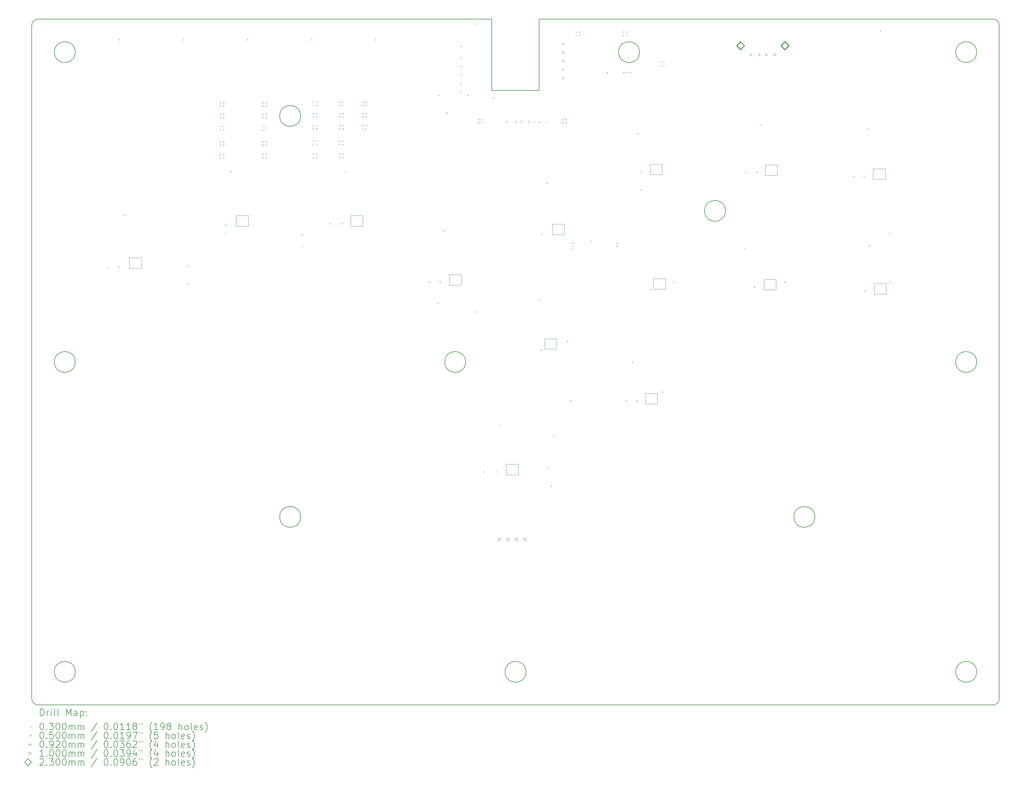
<source format=gbr>
%TF.GenerationSoftware,KiCad,Pcbnew,8.0.4*%
%TF.CreationDate,2024-10-27T13:41:01+07:00*%
%TF.ProjectId,ShinA4,5368696e-4134-42e6-9b69-6361645f7063,rev?*%
%TF.SameCoordinates,Original*%
%TF.FileFunction,Drillmap*%
%TF.FilePolarity,Positive*%
%FSLAX45Y45*%
G04 Gerber Fmt 4.5, Leading zero omitted, Abs format (unit mm)*
G04 Created by KiCad (PCBNEW 8.0.4) date 2024-10-27 13:41:01*
%MOMM*%
%LPD*%
G01*
G04 APERTURE LIST*
%ADD10C,0.200000*%
%ADD11C,0.100000*%
%ADD12C,0.230000*%
G04 APERTURE END LIST*
D10*
X704000Y8064500D02*
X704000Y10179000D01*
X-14170000Y-10180000D02*
G75*
G02*
X-14350000Y-10000000I0J180000D01*
G01*
X14170000Y10180000D02*
G75*
G02*
X14350000Y10000000I0J-180000D01*
G01*
X8880000Y-4600000D02*
G75*
G02*
X8260000Y-4600000I-310000J0D01*
G01*
X8260000Y-4600000D02*
G75*
G02*
X8880000Y-4600000I310000J0D01*
G01*
X-13060000Y0D02*
G75*
G02*
X-13680000Y0I-310000J0D01*
G01*
X-13680000Y0D02*
G75*
G02*
X-13060000Y0I310000J0D01*
G01*
X14170000Y10180000D02*
X704000Y10179000D01*
X14350000Y-10000000D02*
X14350000Y10000000D01*
X-704000Y8065500D02*
X-704000Y10180000D01*
X-704000Y10180000D02*
X-14170000Y10180000D01*
X3677500Y9200000D02*
G75*
G02*
X3057500Y9200000I-310000J0D01*
G01*
X3057500Y9200000D02*
G75*
G02*
X3677500Y9200000I310000J0D01*
G01*
X-6375000Y-4600000D02*
G75*
G02*
X-6995000Y-4600000I-310000J0D01*
G01*
X-6995000Y-4600000D02*
G75*
G02*
X-6375000Y-4600000I310000J0D01*
G01*
X-13060000Y-9200000D02*
G75*
G02*
X-13680000Y-9200000I-310000J0D01*
G01*
X-13680000Y-9200000D02*
G75*
G02*
X-13060000Y-9200000I310000J0D01*
G01*
X-14350000Y10000000D02*
G75*
G02*
X-14170000Y10180000I180000J0D01*
G01*
X-13060000Y9200000D02*
G75*
G02*
X-13680000Y9200000I-310000J0D01*
G01*
X-13680000Y9200000D02*
G75*
G02*
X-13060000Y9200000I310000J0D01*
G01*
X-1480826Y0D02*
G75*
G02*
X-2100827Y0I-310000J0D01*
G01*
X-2100827Y0D02*
G75*
G02*
X-1480826Y0I310000J0D01*
G01*
X310000Y-9200000D02*
G75*
G02*
X-310000Y-9200000I-310000J0D01*
G01*
X-310000Y-9200000D02*
G75*
G02*
X310000Y-9200000I310000J0D01*
G01*
X13680000Y0D02*
G75*
G02*
X13060000Y0I-310000J0D01*
G01*
X13060000Y0D02*
G75*
G02*
X13680000Y0I310000J0D01*
G01*
X13680000Y9200000D02*
G75*
G02*
X13060000Y9200000I-310000J0D01*
G01*
X13060000Y9200000D02*
G75*
G02*
X13680000Y9200000I310000J0D01*
G01*
X-6375000Y7305000D02*
G75*
G02*
X-6995000Y7305000I-310000J0D01*
G01*
X-6995000Y7305000D02*
G75*
G02*
X-6375000Y7305000I310000J0D01*
G01*
X-704000Y8065500D02*
X704000Y8064500D01*
X13680000Y-9200000D02*
G75*
G02*
X13060000Y-9200000I-310000J0D01*
G01*
X13060000Y-9200000D02*
G75*
G02*
X13680000Y-9200000I310000J0D01*
G01*
X-14350000Y10000000D02*
X-14350000Y-10000000D01*
X-14170000Y-10180000D02*
X14170000Y-10180000D01*
X14350000Y-10000000D02*
G75*
G02*
X14170000Y-10180000I-180000J0D01*
G01*
X6229269Y4487011D02*
G75*
G02*
X5609269Y4487011I-310000J0D01*
G01*
X5609269Y4487011D02*
G75*
G02*
X6229269Y4487011I310000J0D01*
G01*
D11*
X-4890000Y4345000D02*
X-4890000Y4035000D01*
X-4890000Y4035000D02*
X-4530000Y4035000D01*
X-4530000Y4345000D02*
X-4890000Y4345000D01*
X-4530000Y4035000D02*
X-4530000Y4345000D01*
X858900Y693200D02*
X858900Y383200D01*
X858900Y383200D02*
X1218900Y383200D01*
X1218900Y693200D02*
X858900Y693200D01*
X1218900Y383200D02*
X1218900Y693200D01*
X3989600Y5872800D02*
X3989600Y5562800D01*
X3989600Y5562800D02*
X4349600Y5562800D01*
X4349600Y5872800D02*
X3989600Y5872800D01*
X4349600Y5562800D02*
X4349600Y5872800D01*
X-8290000Y4345000D02*
X-8290000Y4035000D01*
X-8290000Y4035000D02*
X-7930000Y4035000D01*
X-7930000Y4345000D02*
X-8290000Y4345000D01*
X-7930000Y4035000D02*
X-7930000Y4345000D01*
X-281600Y-3036600D02*
X-281600Y-3346600D01*
X-281600Y-3346600D02*
X78400Y-3346600D01*
X78400Y-3036600D02*
X-281600Y-3036600D01*
X78400Y-3346600D02*
X78400Y-3036600D01*
X7409600Y5852400D02*
X7409600Y5542400D01*
X7409600Y5542400D02*
X7769600Y5542400D01*
X7769600Y5852400D02*
X7409600Y5852400D01*
X7769600Y5542400D02*
X7769600Y5852400D01*
X-11460000Y3095000D02*
X-11460000Y2785000D01*
X-11460000Y2785000D02*
X-11100000Y2785000D01*
X-11100000Y3095000D02*
X-11460000Y3095000D01*
X-11100000Y2785000D02*
X-11100000Y3095000D01*
X10639600Y2332400D02*
X10639600Y2022400D01*
X10639600Y2022400D02*
X10999600Y2022400D01*
X10999600Y2332400D02*
X10639600Y2332400D01*
X10999600Y2022400D02*
X10999600Y2332400D01*
X7369100Y2452400D02*
X7369100Y2142400D01*
X7369100Y2142400D02*
X7729100Y2142400D01*
X7729100Y2452400D02*
X7369100Y2452400D01*
X7729100Y2142400D02*
X7729100Y2452400D01*
X4089100Y2472800D02*
X4089100Y2162800D01*
X4089100Y2162800D02*
X4449100Y2162800D01*
X4449100Y2472800D02*
X4089100Y2472800D01*
X4449100Y2162800D02*
X4449100Y2472800D01*
X10609600Y5732400D02*
X10609600Y5422400D01*
X10609600Y5422400D02*
X10969600Y5422400D01*
X10969600Y5732400D02*
X10609600Y5732400D01*
X10969600Y5422400D02*
X10969600Y5732400D01*
X-1970800Y2593600D02*
X-1970800Y2283600D01*
X-1970800Y2283600D02*
X-1610800Y2283600D01*
X-1610800Y2593600D02*
X-1970800Y2593600D01*
X-1610800Y2283600D02*
X-1610800Y2593600D01*
X1089400Y4093200D02*
X1089400Y3783200D01*
X1089400Y3783200D02*
X1449400Y3783200D01*
X1449400Y4093200D02*
X1089400Y4093200D01*
X1449400Y3783200D02*
X1449400Y4093200D01*
X3847900Y-927200D02*
X3847900Y-1237200D01*
X3847900Y-1237200D02*
X4207900Y-1237200D01*
X4207900Y-927200D02*
X3847900Y-927200D01*
X4207900Y-1237200D02*
X4207900Y-927200D01*
D10*
D11*
X-12105000Y2835000D02*
X-12075000Y2805000D01*
X-12075000Y2835000D02*
X-12105000Y2805000D01*
X-11795000Y2835000D02*
X-11765000Y2805000D01*
X-11765000Y2835000D02*
X-11795000Y2805000D01*
X-11765000Y9585000D02*
X-11735000Y9555000D01*
X-11735000Y9585000D02*
X-11765000Y9555000D01*
X-11615000Y4365000D02*
X-11585000Y4335000D01*
X-11585000Y4365000D02*
X-11615000Y4335000D01*
X-9865000Y9585000D02*
X-9835000Y9555000D01*
X-9835000Y9585000D02*
X-9865000Y9555000D01*
X-9745000Y2880000D02*
X-9715000Y2850000D01*
X-9715000Y2880000D02*
X-9745000Y2850000D01*
X-9745000Y2325000D02*
X-9715000Y2295000D01*
X-9715000Y2325000D02*
X-9745000Y2295000D01*
X-8775000Y7715000D02*
X-8745000Y7685000D01*
X-8745000Y7715000D02*
X-8775000Y7685000D01*
X-8775000Y7615000D02*
X-8745000Y7585000D01*
X-8745000Y7615000D02*
X-8775000Y7585000D01*
X-8775000Y7375000D02*
X-8745000Y7345000D01*
X-8745000Y7375000D02*
X-8775000Y7345000D01*
X-8775000Y7275000D02*
X-8745000Y7245000D01*
X-8745000Y7275000D02*
X-8775000Y7245000D01*
X-8775000Y7015000D02*
X-8745000Y6985000D01*
X-8745000Y7015000D02*
X-8775000Y6985000D01*
X-8775000Y6915000D02*
X-8745000Y6885000D01*
X-8745000Y6915000D02*
X-8775000Y6885000D01*
X-8775000Y6555000D02*
X-8745000Y6525000D01*
X-8745000Y6555000D02*
X-8775000Y6525000D01*
X-8775000Y6455000D02*
X-8745000Y6425000D01*
X-8745000Y6455000D02*
X-8775000Y6425000D01*
X-8775000Y6175000D02*
X-8745000Y6145000D01*
X-8745000Y6175000D02*
X-8775000Y6145000D01*
X-8775000Y6075000D02*
X-8745000Y6045000D01*
X-8745000Y6075000D02*
X-8775000Y6045000D01*
X-8675000Y7715000D02*
X-8645000Y7685000D01*
X-8645000Y7715000D02*
X-8675000Y7685000D01*
X-8675000Y7615000D02*
X-8645000Y7585000D01*
X-8645000Y7615000D02*
X-8675000Y7585000D01*
X-8675000Y7375000D02*
X-8645000Y7345000D01*
X-8645000Y7375000D02*
X-8675000Y7345000D01*
X-8675000Y7275000D02*
X-8645000Y7245000D01*
X-8645000Y7275000D02*
X-8675000Y7245000D01*
X-8675000Y7015000D02*
X-8645000Y6985000D01*
X-8645000Y7015000D02*
X-8675000Y6985000D01*
X-8675000Y6915000D02*
X-8645000Y6885000D01*
X-8645000Y6915000D02*
X-8675000Y6885000D01*
X-8675000Y6555000D02*
X-8645000Y6525000D01*
X-8645000Y6555000D02*
X-8675000Y6525000D01*
X-8675000Y6455000D02*
X-8645000Y6425000D01*
X-8645000Y6455000D02*
X-8675000Y6425000D01*
X-8675000Y6175000D02*
X-8645000Y6145000D01*
X-8645000Y6175000D02*
X-8675000Y6145000D01*
X-8675000Y6075000D02*
X-8645000Y6045000D01*
X-8645000Y6075000D02*
X-8675000Y6045000D01*
X-8615000Y4075000D02*
X-8585000Y4045000D01*
X-8585000Y4075000D02*
X-8615000Y4045000D01*
X-8615000Y3825000D02*
X-8585000Y3795000D01*
X-8585000Y3825000D02*
X-8615000Y3795000D01*
X-8452500Y5670000D02*
X-8422500Y5640000D01*
X-8422500Y5670000D02*
X-8452500Y5640000D01*
X-7965000Y9585000D02*
X-7935000Y9555000D01*
X-7935000Y9585000D02*
X-7965000Y9555000D01*
X-7515000Y7715000D02*
X-7485000Y7685000D01*
X-7485000Y7715000D02*
X-7515000Y7685000D01*
X-7515000Y7615000D02*
X-7485000Y7585000D01*
X-7485000Y7615000D02*
X-7515000Y7585000D01*
X-7515000Y7375000D02*
X-7485000Y7345000D01*
X-7485000Y7375000D02*
X-7515000Y7345000D01*
X-7515000Y7275000D02*
X-7485000Y7245000D01*
X-7485000Y7275000D02*
X-7515000Y7245000D01*
X-7515000Y7015000D02*
X-7485000Y6985000D01*
X-7485000Y7015000D02*
X-7515000Y6985000D01*
X-7515000Y6915000D02*
X-7485000Y6885000D01*
X-7485000Y6915000D02*
X-7515000Y6885000D01*
X-7515000Y6555000D02*
X-7485000Y6525000D01*
X-7485000Y6555000D02*
X-7515000Y6525000D01*
X-7515000Y6455000D02*
X-7485000Y6425000D01*
X-7485000Y6455000D02*
X-7515000Y6425000D01*
X-7515000Y6175000D02*
X-7485000Y6145000D01*
X-7485000Y6175000D02*
X-7515000Y6145000D01*
X-7515000Y6075000D02*
X-7485000Y6045000D01*
X-7485000Y6075000D02*
X-7515000Y6045000D01*
X-7415000Y7715000D02*
X-7385000Y7685000D01*
X-7385000Y7715000D02*
X-7415000Y7685000D01*
X-7415000Y7615000D02*
X-7385000Y7585000D01*
X-7385000Y7615000D02*
X-7415000Y7585000D01*
X-7415000Y7375000D02*
X-7385000Y7345000D01*
X-7385000Y7375000D02*
X-7415000Y7345000D01*
X-7415000Y7275000D02*
X-7385000Y7245000D01*
X-7385000Y7275000D02*
X-7415000Y7245000D01*
X-7415000Y7015000D02*
X-7385000Y6985000D01*
X-7385000Y7015000D02*
X-7415000Y6985000D01*
X-7415000Y6915000D02*
X-7385000Y6885000D01*
X-7385000Y6915000D02*
X-7415000Y6885000D01*
X-7415000Y6555000D02*
X-7385000Y6525000D01*
X-7385000Y6555000D02*
X-7415000Y6525000D01*
X-7415000Y6455000D02*
X-7385000Y6425000D01*
X-7385000Y6455000D02*
X-7415000Y6425000D01*
X-7415000Y6175000D02*
X-7385000Y6145000D01*
X-7385000Y6175000D02*
X-7415000Y6145000D01*
X-7415000Y6075000D02*
X-7385000Y6045000D01*
X-7385000Y6075000D02*
X-7415000Y6045000D01*
X-6355000Y3795000D02*
X-6325000Y3765000D01*
X-6325000Y3795000D02*
X-6355000Y3765000D01*
X-6355000Y3445000D02*
X-6325000Y3415000D01*
X-6325000Y3445000D02*
X-6355000Y3415000D01*
X-6062500Y9585000D02*
X-6032500Y9555000D01*
X-6032500Y9585000D02*
X-6062500Y9555000D01*
X-6015000Y7735000D02*
X-5985000Y7705000D01*
X-5985000Y7735000D02*
X-6015000Y7705000D01*
X-6015000Y7635000D02*
X-5985000Y7605000D01*
X-5985000Y7635000D02*
X-6015000Y7605000D01*
X-6015000Y7395000D02*
X-5985000Y7365000D01*
X-5985000Y7395000D02*
X-6015000Y7365000D01*
X-6015000Y7295000D02*
X-5985000Y7265000D01*
X-5985000Y7295000D02*
X-6015000Y7265000D01*
X-6015000Y7035000D02*
X-5985000Y7005000D01*
X-5985000Y7035000D02*
X-6015000Y7005000D01*
X-6015000Y6935000D02*
X-5985000Y6905000D01*
X-5985000Y6935000D02*
X-6015000Y6905000D01*
X-6015000Y6575000D02*
X-5985000Y6545000D01*
X-5985000Y6575000D02*
X-6015000Y6545000D01*
X-6015000Y6475000D02*
X-5985000Y6445000D01*
X-5985000Y6475000D02*
X-6015000Y6445000D01*
X-6015000Y6195000D02*
X-5985000Y6165000D01*
X-5985000Y6195000D02*
X-6015000Y6165000D01*
X-6015000Y6095000D02*
X-5985000Y6065000D01*
X-5985000Y6095000D02*
X-6015000Y6065000D01*
X-5915000Y7735000D02*
X-5885000Y7705000D01*
X-5885000Y7735000D02*
X-5915000Y7705000D01*
X-5915000Y7635000D02*
X-5885000Y7605000D01*
X-5885000Y7635000D02*
X-5915000Y7605000D01*
X-5915000Y7395000D02*
X-5885000Y7365000D01*
X-5885000Y7395000D02*
X-5915000Y7365000D01*
X-5915000Y7295000D02*
X-5885000Y7265000D01*
X-5885000Y7295000D02*
X-5915000Y7265000D01*
X-5915000Y7035000D02*
X-5885000Y7005000D01*
X-5885000Y7035000D02*
X-5915000Y7005000D01*
X-5915000Y6935000D02*
X-5885000Y6905000D01*
X-5885000Y6935000D02*
X-5915000Y6905000D01*
X-5915000Y6575000D02*
X-5885000Y6545000D01*
X-5885000Y6575000D02*
X-5915000Y6545000D01*
X-5915000Y6475000D02*
X-5885000Y6445000D01*
X-5885000Y6475000D02*
X-5915000Y6445000D01*
X-5915000Y6195000D02*
X-5885000Y6165000D01*
X-5885000Y6195000D02*
X-5915000Y6165000D01*
X-5915000Y6095000D02*
X-5885000Y6065000D01*
X-5885000Y6095000D02*
X-5915000Y6065000D01*
X-5515000Y4125000D02*
X-5485000Y4095000D01*
X-5485000Y4125000D02*
X-5515000Y4095000D01*
X-5235000Y7735000D02*
X-5205000Y7705000D01*
X-5205000Y7735000D02*
X-5235000Y7705000D01*
X-5235000Y7635000D02*
X-5205000Y7605000D01*
X-5205000Y7635000D02*
X-5235000Y7605000D01*
X-5235000Y7395000D02*
X-5205000Y7365000D01*
X-5205000Y7395000D02*
X-5235000Y7365000D01*
X-5235000Y7295000D02*
X-5205000Y7265000D01*
X-5205000Y7295000D02*
X-5235000Y7265000D01*
X-5235000Y7035000D02*
X-5205000Y7005000D01*
X-5205000Y7035000D02*
X-5235000Y7005000D01*
X-5235000Y6935000D02*
X-5205000Y6905000D01*
X-5205000Y6935000D02*
X-5235000Y6905000D01*
X-5235000Y6575000D02*
X-5205000Y6545000D01*
X-5205000Y6575000D02*
X-5235000Y6545000D01*
X-5235000Y6475000D02*
X-5205000Y6445000D01*
X-5205000Y6475000D02*
X-5235000Y6445000D01*
X-5235000Y6195000D02*
X-5205000Y6165000D01*
X-5205000Y6195000D02*
X-5235000Y6165000D01*
X-5235000Y6095000D02*
X-5205000Y6065000D01*
X-5205000Y6095000D02*
X-5235000Y6065000D01*
X-5165000Y4125000D02*
X-5135000Y4095000D01*
X-5135000Y4125000D02*
X-5165000Y4095000D01*
X-5135000Y7735000D02*
X-5105000Y7705000D01*
X-5105000Y7735000D02*
X-5135000Y7705000D01*
X-5135000Y7635000D02*
X-5105000Y7605000D01*
X-5105000Y7635000D02*
X-5135000Y7605000D01*
X-5135000Y7395000D02*
X-5105000Y7365000D01*
X-5105000Y7395000D02*
X-5135000Y7365000D01*
X-5135000Y7295000D02*
X-5105000Y7265000D01*
X-5105000Y7295000D02*
X-5135000Y7265000D01*
X-5135000Y7035000D02*
X-5105000Y7005000D01*
X-5105000Y7035000D02*
X-5135000Y7005000D01*
X-5135000Y6935000D02*
X-5105000Y6905000D01*
X-5105000Y6935000D02*
X-5135000Y6905000D01*
X-5135000Y6575000D02*
X-5105000Y6545000D01*
X-5105000Y6575000D02*
X-5135000Y6545000D01*
X-5135000Y6475000D02*
X-5105000Y6445000D01*
X-5105000Y6475000D02*
X-5135000Y6445000D01*
X-5135000Y6195000D02*
X-5105000Y6165000D01*
X-5105000Y6195000D02*
X-5135000Y6165000D01*
X-5135000Y6095000D02*
X-5105000Y6065000D01*
X-5105000Y6095000D02*
X-5135000Y6065000D01*
X-5052500Y5670000D02*
X-5022500Y5640000D01*
X-5022500Y5670000D02*
X-5052500Y5640000D01*
X-4545000Y7735000D02*
X-4515000Y7705000D01*
X-4515000Y7735000D02*
X-4545000Y7705000D01*
X-4545000Y7635000D02*
X-4515000Y7605000D01*
X-4515000Y7635000D02*
X-4545000Y7605000D01*
X-4545000Y7395000D02*
X-4515000Y7365000D01*
X-4515000Y7395000D02*
X-4545000Y7365000D01*
X-4545000Y7295000D02*
X-4515000Y7265000D01*
X-4515000Y7295000D02*
X-4545000Y7265000D01*
X-4545000Y7035000D02*
X-4515000Y7005000D01*
X-4515000Y7035000D02*
X-4545000Y7005000D01*
X-4545000Y6935000D02*
X-4515000Y6905000D01*
X-4515000Y6935000D02*
X-4545000Y6905000D01*
X-4445000Y7735000D02*
X-4415000Y7705000D01*
X-4415000Y7735000D02*
X-4445000Y7705000D01*
X-4445000Y7635000D02*
X-4415000Y7605000D01*
X-4415000Y7635000D02*
X-4445000Y7605000D01*
X-4445000Y7395000D02*
X-4415000Y7365000D01*
X-4415000Y7395000D02*
X-4445000Y7365000D01*
X-4445000Y7295000D02*
X-4415000Y7265000D01*
X-4415000Y7295000D02*
X-4445000Y7265000D01*
X-4445000Y7035000D02*
X-4415000Y7005000D01*
X-4415000Y7035000D02*
X-4445000Y7005000D01*
X-4445000Y6935000D02*
X-4415000Y6905000D01*
X-4415000Y6935000D02*
X-4445000Y6905000D01*
X-4165000Y9585000D02*
X-4135000Y9555000D01*
X-4135000Y9585000D02*
X-4165000Y9555000D01*
X-2575000Y2385000D02*
X-2545000Y2355000D01*
X-2545000Y2385000D02*
X-2575000Y2355000D01*
X-2320000Y1765000D02*
X-2290000Y1735000D01*
X-2290000Y1765000D02*
X-2320000Y1735000D01*
X-2295000Y7935000D02*
X-2265000Y7905000D01*
X-2265000Y7935000D02*
X-2295000Y7905000D01*
X-2255000Y2385000D02*
X-2225000Y2355000D01*
X-2225000Y2385000D02*
X-2255000Y2355000D01*
X-2133300Y3918600D02*
X-2103300Y3888600D01*
X-2103300Y3918600D02*
X-2133300Y3888600D01*
X-2055000Y7411250D02*
X-2025000Y7381250D01*
X-2025000Y7411250D02*
X-2055000Y7381250D01*
X-1635000Y9387990D02*
X-1605000Y9357990D01*
X-1605000Y9387990D02*
X-1635000Y9357990D01*
X-1635000Y9043000D02*
X-1605000Y9013000D01*
X-1605000Y9043000D02*
X-1635000Y9013000D01*
X-1635000Y8785000D02*
X-1605000Y8755000D01*
X-1605000Y8785000D02*
X-1635000Y8755000D01*
X-1635000Y8535000D02*
X-1605000Y8505000D01*
X-1605000Y8535000D02*
X-1635000Y8505000D01*
X-1635000Y8281000D02*
X-1605000Y8251000D01*
X-1605000Y8281000D02*
X-1635000Y8251000D01*
X-1635000Y8027000D02*
X-1605000Y7997000D01*
X-1605000Y8027000D02*
X-1635000Y7997000D01*
X-1435000Y7935000D02*
X-1405000Y7905000D01*
X-1405000Y7935000D02*
X-1435000Y7905000D01*
X-1215000Y10055000D02*
X-1185000Y10025000D01*
X-1185000Y10055000D02*
X-1215000Y10025000D01*
X-1165000Y1505000D02*
X-1135000Y1475000D01*
X-1135000Y1505000D02*
X-1165000Y1475000D01*
X-1115000Y7215000D02*
X-1085000Y7185000D01*
X-1085000Y7215000D02*
X-1115000Y7185000D01*
X-1115000Y7115000D02*
X-1085000Y7085000D01*
X-1085000Y7115000D02*
X-1115000Y7085000D01*
X-1015000Y7215000D02*
X-985000Y7185000D01*
X-985000Y7215000D02*
X-1015000Y7185000D01*
X-1015000Y7115000D02*
X-985000Y7085000D01*
X-985000Y7115000D02*
X-1015000Y7085000D01*
X-945000Y-3245000D02*
X-915000Y-3275000D01*
X-915000Y-3245000D02*
X-945000Y-3275000D01*
X-685000Y7845000D02*
X-655000Y7815000D01*
X-655000Y7845000D02*
X-685000Y7815000D01*
X-555000Y-3246600D02*
X-525000Y-3276600D01*
X-525000Y-3246600D02*
X-555000Y-3276600D01*
X-445000Y-1865000D02*
X-415000Y-1895000D01*
X-415000Y-1865000D02*
X-445000Y-1895000D01*
X-275000Y7155000D02*
X-245000Y7125000D01*
X-245000Y7155000D02*
X-275000Y7125000D01*
X-15000Y7155000D02*
X15000Y7125000D01*
X15000Y7155000D02*
X-15000Y7125000D01*
X165000Y7155000D02*
X195000Y7125000D01*
X195000Y7155000D02*
X165000Y7125000D01*
X375000Y7155000D02*
X405000Y7125000D01*
X405000Y7155000D02*
X375000Y7125000D01*
X545000Y7145000D02*
X575000Y7115000D01*
X575000Y7145000D02*
X545000Y7115000D01*
X685000Y7135000D02*
X715000Y7105000D01*
X715000Y7135000D02*
X685000Y7105000D01*
X685000Y1875000D02*
X715000Y1845000D01*
X715000Y1875000D02*
X685000Y1845000D01*
X743900Y378200D02*
X773900Y348200D01*
X773900Y378200D02*
X743900Y348200D01*
X765000Y3815000D02*
X795000Y3785000D01*
X795000Y3815000D02*
X765000Y3785000D01*
X925000Y7125000D02*
X955000Y7095000D01*
X955000Y7125000D02*
X925000Y7095000D01*
X926900Y5318200D02*
X956900Y5288200D01*
X956900Y5318200D02*
X926900Y5288200D01*
X955000Y-3105000D02*
X985000Y-3135000D01*
X985000Y-3105000D02*
X955000Y-3135000D01*
X1045000Y-3675000D02*
X1075000Y-3705000D01*
X1075000Y-3675000D02*
X1045000Y-3705000D01*
X1115000Y-2155000D02*
X1145000Y-2185000D01*
X1145000Y-2155000D02*
X1115000Y-2185000D01*
X1385000Y7215000D02*
X1415000Y7185000D01*
X1415000Y7215000D02*
X1385000Y7185000D01*
X1385000Y7115000D02*
X1415000Y7085000D01*
X1415000Y7115000D02*
X1385000Y7085000D01*
X1485000Y7215000D02*
X1515000Y7185000D01*
X1515000Y7215000D02*
X1485000Y7185000D01*
X1485000Y7115000D02*
X1515000Y7085000D01*
X1515000Y7115000D02*
X1485000Y7085000D01*
X1525000Y625000D02*
X1555000Y595000D01*
X1555000Y625000D02*
X1525000Y595000D01*
X1625000Y-1135000D02*
X1655000Y-1165000D01*
X1655000Y-1135000D02*
X1625000Y-1165000D01*
X1695000Y3535000D02*
X1725000Y3505000D01*
X1725000Y3535000D02*
X1695000Y3505000D01*
X1695000Y3447500D02*
X1725000Y3417500D01*
X1725000Y3447500D02*
X1695000Y3417500D01*
X1695000Y3365000D02*
X1725000Y3335000D01*
X1725000Y3365000D02*
X1695000Y3335000D01*
X1785000Y9815000D02*
X1815000Y9785000D01*
X1815000Y9815000D02*
X1785000Y9785000D01*
X1785000Y9715000D02*
X1815000Y9685000D01*
X1815000Y9715000D02*
X1785000Y9685000D01*
X1885000Y9815000D02*
X1915000Y9785000D01*
X1915000Y9815000D02*
X1885000Y9785000D01*
X1885000Y9715000D02*
X1915000Y9685000D01*
X1915000Y9715000D02*
X1885000Y9685000D01*
X2235000Y3605000D02*
X2265000Y3575000D01*
X2265000Y3605000D02*
X2235000Y3575000D01*
X2705000Y8605000D02*
X2735000Y8575000D01*
X2735000Y8605000D02*
X2705000Y8575000D01*
X2995000Y3535000D02*
X3025000Y3505000D01*
X3025000Y3535000D02*
X2995000Y3505000D01*
X2995000Y3447500D02*
X3025000Y3417500D01*
X3025000Y3447500D02*
X2995000Y3417500D01*
X3185000Y9815000D02*
X3215000Y9785000D01*
X3215000Y9815000D02*
X3185000Y9785000D01*
X3185000Y9715000D02*
X3215000Y9685000D01*
X3215000Y9715000D02*
X3185000Y9685000D01*
X3195000Y8605000D02*
X3225000Y8575000D01*
X3225000Y8605000D02*
X3195000Y8575000D01*
X3275000Y-1135000D02*
X3305000Y-1165000D01*
X3305000Y-1135000D02*
X3275000Y-1165000D01*
X3285000Y9815000D02*
X3315000Y9785000D01*
X3315000Y9815000D02*
X3285000Y9785000D01*
X3285000Y9715000D02*
X3315000Y9685000D01*
X3315000Y9715000D02*
X3285000Y9685000D01*
X3305000Y8615000D02*
X3335000Y8585000D01*
X3335000Y8615000D02*
X3305000Y8585000D01*
X3405000Y8615000D02*
X3435000Y8585000D01*
X3435000Y8615000D02*
X3405000Y8585000D01*
X3455000Y5000D02*
X3485000Y-25000D01*
X3485000Y5000D02*
X3455000Y-25000D01*
X3575000Y-1135000D02*
X3605000Y-1165000D01*
X3605000Y-1135000D02*
X3575000Y-1165000D01*
X3607800Y6797800D02*
X3637800Y6767800D01*
X3637800Y6797800D02*
X3607800Y6767800D01*
X3715000Y5665000D02*
X3745000Y5635000D01*
X3745000Y5665000D02*
X3715000Y5635000D01*
X3715000Y5125000D02*
X3745000Y5095000D01*
X3745000Y5125000D02*
X3715000Y5095000D01*
X3995000Y2165000D02*
X4025000Y2135000D01*
X4025000Y2165000D02*
X3995000Y2135000D01*
X4285000Y8915000D02*
X4315000Y8885000D01*
X4315000Y8915000D02*
X4285000Y8885000D01*
X4285000Y8815000D02*
X4315000Y8785000D01*
X4315000Y8815000D02*
X4285000Y8785000D01*
X4335000Y-875000D02*
X4365000Y-905000D01*
X4365000Y-875000D02*
X4335000Y-905000D01*
X4385000Y8915000D02*
X4415000Y8885000D01*
X4415000Y8915000D02*
X4385000Y8885000D01*
X4385000Y8815000D02*
X4415000Y8785000D01*
X4415000Y8815000D02*
X4385000Y8785000D01*
X4675000Y2405000D02*
X4705000Y2375000D01*
X4705000Y2405000D02*
X4675000Y2375000D01*
X6795000Y3375000D02*
X6825000Y3345000D01*
X6825000Y3375000D02*
X6795000Y3345000D01*
X6815000Y5645000D02*
X6845000Y5615000D01*
X6845000Y5645000D02*
X6815000Y5615000D01*
X7075000Y2237400D02*
X7105000Y2207400D01*
X7105000Y2237400D02*
X7075000Y2207400D01*
X7145000Y5645000D02*
X7175000Y5615000D01*
X7175000Y5645000D02*
X7145000Y5615000D01*
X7245000Y7055000D02*
X7275000Y7025000D01*
X7275000Y7055000D02*
X7245000Y7025000D01*
X7975000Y2385000D02*
X8005000Y2355000D01*
X8005000Y2385000D02*
X7975000Y2355000D01*
X10025000Y5515000D02*
X10055000Y5485000D01*
X10055000Y5515000D02*
X10025000Y5485000D01*
X10325000Y5525000D02*
X10355000Y5495000D01*
X10355000Y5525000D02*
X10325000Y5495000D01*
X10345000Y2117400D02*
X10375000Y2087400D01*
X10375000Y2117400D02*
X10345000Y2087400D01*
X10447100Y6932900D02*
X10477100Y6902900D01*
X10477100Y6932900D02*
X10447100Y6902900D01*
X10475000Y3465000D02*
X10505000Y3435000D01*
X10505000Y3465000D02*
X10475000Y3435000D01*
X10815000Y9845000D02*
X10845000Y9815000D01*
X10845000Y9845000D02*
X10815000Y9815000D01*
X11092500Y3830000D02*
X11122500Y3800000D01*
X11122500Y3830000D02*
X11092500Y3800000D01*
X11095000Y2375000D02*
X11125000Y2345000D01*
X11125000Y2375000D02*
X11095000Y2345000D01*
X1441000Y9443000D02*
G75*
G02*
X1391000Y9443000I-25000J0D01*
G01*
X1391000Y9443000D02*
G75*
G02*
X1441000Y9443000I25000J0D01*
G01*
X1441000Y9189000D02*
G75*
G02*
X1391000Y9189000I-25000J0D01*
G01*
X1391000Y9189000D02*
G75*
G02*
X1441000Y9189000I25000J0D01*
G01*
X1441000Y8935000D02*
G75*
G02*
X1391000Y8935000I-25000J0D01*
G01*
X1391000Y8935000D02*
G75*
G02*
X1441000Y8935000I25000J0D01*
G01*
X1441000Y8681000D02*
G75*
G02*
X1391000Y8681000I-25000J0D01*
G01*
X1391000Y8681000D02*
G75*
G02*
X1441000Y8681000I25000J0D01*
G01*
X1441000Y8427000D02*
G75*
G02*
X1391000Y8427000I-25000J0D01*
G01*
X1391000Y8427000D02*
G75*
G02*
X1441000Y8427000I25000J0D01*
G01*
X6983000Y9168000D02*
X6983000Y9076000D01*
X6937000Y9122000D02*
X7029000Y9122000D01*
X7233000Y9168000D02*
X7233000Y9076000D01*
X7187000Y9122000D02*
X7279000Y9122000D01*
X7433000Y9168000D02*
X7433000Y9076000D01*
X7387000Y9122000D02*
X7479000Y9122000D01*
X7683000Y9168000D02*
X7683000Y9076000D01*
X7637000Y9122000D02*
X7729000Y9122000D01*
X-447244Y-5295356D02*
X-447244Y-5224644D01*
X-517956Y-5224644D01*
X-517956Y-5295356D01*
X-447244Y-5295356D01*
X-193244Y-5295356D02*
X-193244Y-5224644D01*
X-263956Y-5224644D01*
X-263956Y-5295356D01*
X-193244Y-5295356D01*
X60756Y-5295356D02*
X60756Y-5224644D01*
X-9956Y-5224644D01*
X-9956Y-5295356D01*
X60756Y-5295356D01*
X314756Y-5295356D02*
X314756Y-5224644D01*
X244044Y-5224644D01*
X244044Y-5295356D01*
X314756Y-5295356D01*
D12*
X6676000Y9278000D02*
X6791000Y9393000D01*
X6676000Y9508000D01*
X6561000Y9393000D01*
X6676000Y9278000D01*
X7990000Y9278000D02*
X8105000Y9393000D01*
X7990000Y9508000D01*
X7875000Y9393000D01*
X7990000Y9278000D01*
D10*
X-14099223Y-10501484D02*
X-14099223Y-10301484D01*
X-14099223Y-10301484D02*
X-14051604Y-10301484D01*
X-14051604Y-10301484D02*
X-14023033Y-10311008D01*
X-14023033Y-10311008D02*
X-14003985Y-10330055D01*
X-14003985Y-10330055D02*
X-13994461Y-10349103D01*
X-13994461Y-10349103D02*
X-13984937Y-10387198D01*
X-13984937Y-10387198D02*
X-13984937Y-10415770D01*
X-13984937Y-10415770D02*
X-13994461Y-10453865D01*
X-13994461Y-10453865D02*
X-14003985Y-10472912D01*
X-14003985Y-10472912D02*
X-14023033Y-10491960D01*
X-14023033Y-10491960D02*
X-14051604Y-10501484D01*
X-14051604Y-10501484D02*
X-14099223Y-10501484D01*
X-13899223Y-10501484D02*
X-13899223Y-10368150D01*
X-13899223Y-10406246D02*
X-13889699Y-10387198D01*
X-13889699Y-10387198D02*
X-13880175Y-10377674D01*
X-13880175Y-10377674D02*
X-13861128Y-10368150D01*
X-13861128Y-10368150D02*
X-13842080Y-10368150D01*
X-13775414Y-10501484D02*
X-13775414Y-10368150D01*
X-13775414Y-10301484D02*
X-13784937Y-10311008D01*
X-13784937Y-10311008D02*
X-13775414Y-10320531D01*
X-13775414Y-10320531D02*
X-13765890Y-10311008D01*
X-13765890Y-10311008D02*
X-13775414Y-10301484D01*
X-13775414Y-10301484D02*
X-13775414Y-10320531D01*
X-13651604Y-10501484D02*
X-13670652Y-10491960D01*
X-13670652Y-10491960D02*
X-13680175Y-10472912D01*
X-13680175Y-10472912D02*
X-13680175Y-10301484D01*
X-13546842Y-10501484D02*
X-13565890Y-10491960D01*
X-13565890Y-10491960D02*
X-13575414Y-10472912D01*
X-13575414Y-10472912D02*
X-13575414Y-10301484D01*
X-13318271Y-10501484D02*
X-13318271Y-10301484D01*
X-13318271Y-10301484D02*
X-13251604Y-10444341D01*
X-13251604Y-10444341D02*
X-13184937Y-10301484D01*
X-13184937Y-10301484D02*
X-13184937Y-10501484D01*
X-13003985Y-10501484D02*
X-13003985Y-10396722D01*
X-13003985Y-10396722D02*
X-13013509Y-10377674D01*
X-13013509Y-10377674D02*
X-13032556Y-10368150D01*
X-13032556Y-10368150D02*
X-13070652Y-10368150D01*
X-13070652Y-10368150D02*
X-13089699Y-10377674D01*
X-13003985Y-10491960D02*
X-13023033Y-10501484D01*
X-13023033Y-10501484D02*
X-13070652Y-10501484D01*
X-13070652Y-10501484D02*
X-13089699Y-10491960D01*
X-13089699Y-10491960D02*
X-13099223Y-10472912D01*
X-13099223Y-10472912D02*
X-13099223Y-10453865D01*
X-13099223Y-10453865D02*
X-13089699Y-10434817D01*
X-13089699Y-10434817D02*
X-13070652Y-10425293D01*
X-13070652Y-10425293D02*
X-13023033Y-10425293D01*
X-13023033Y-10425293D02*
X-13003985Y-10415770D01*
X-12908747Y-10368150D02*
X-12908747Y-10568150D01*
X-12908747Y-10377674D02*
X-12889699Y-10368150D01*
X-12889699Y-10368150D02*
X-12851604Y-10368150D01*
X-12851604Y-10368150D02*
X-12832556Y-10377674D01*
X-12832556Y-10377674D02*
X-12823033Y-10387198D01*
X-12823033Y-10387198D02*
X-12813509Y-10406246D01*
X-12813509Y-10406246D02*
X-12813509Y-10463389D01*
X-12813509Y-10463389D02*
X-12823033Y-10482436D01*
X-12823033Y-10482436D02*
X-12832556Y-10491960D01*
X-12832556Y-10491960D02*
X-12851604Y-10501484D01*
X-12851604Y-10501484D02*
X-12889699Y-10501484D01*
X-12889699Y-10501484D02*
X-12908747Y-10491960D01*
X-12727794Y-10482436D02*
X-12718271Y-10491960D01*
X-12718271Y-10491960D02*
X-12727794Y-10501484D01*
X-12727794Y-10501484D02*
X-12737318Y-10491960D01*
X-12737318Y-10491960D02*
X-12727794Y-10482436D01*
X-12727794Y-10482436D02*
X-12727794Y-10501484D01*
X-12727794Y-10377674D02*
X-12718271Y-10387198D01*
X-12718271Y-10387198D02*
X-12727794Y-10396722D01*
X-12727794Y-10396722D02*
X-12737318Y-10387198D01*
X-12737318Y-10387198D02*
X-12727794Y-10377674D01*
X-12727794Y-10377674D02*
X-12727794Y-10396722D01*
D11*
X-14390000Y-10815000D02*
X-14360000Y-10845000D01*
X-14360000Y-10815000D02*
X-14390000Y-10845000D01*
D10*
X-14061128Y-10721484D02*
X-14042080Y-10721484D01*
X-14042080Y-10721484D02*
X-14023033Y-10731008D01*
X-14023033Y-10731008D02*
X-14013509Y-10740531D01*
X-14013509Y-10740531D02*
X-14003985Y-10759579D01*
X-14003985Y-10759579D02*
X-13994461Y-10797674D01*
X-13994461Y-10797674D02*
X-13994461Y-10845293D01*
X-13994461Y-10845293D02*
X-14003985Y-10883389D01*
X-14003985Y-10883389D02*
X-14013509Y-10902436D01*
X-14013509Y-10902436D02*
X-14023033Y-10911960D01*
X-14023033Y-10911960D02*
X-14042080Y-10921484D01*
X-14042080Y-10921484D02*
X-14061128Y-10921484D01*
X-14061128Y-10921484D02*
X-14080175Y-10911960D01*
X-14080175Y-10911960D02*
X-14089699Y-10902436D01*
X-14089699Y-10902436D02*
X-14099223Y-10883389D01*
X-14099223Y-10883389D02*
X-14108747Y-10845293D01*
X-14108747Y-10845293D02*
X-14108747Y-10797674D01*
X-14108747Y-10797674D02*
X-14099223Y-10759579D01*
X-14099223Y-10759579D02*
X-14089699Y-10740531D01*
X-14089699Y-10740531D02*
X-14080175Y-10731008D01*
X-14080175Y-10731008D02*
X-14061128Y-10721484D01*
X-13908747Y-10902436D02*
X-13899223Y-10911960D01*
X-13899223Y-10911960D02*
X-13908747Y-10921484D01*
X-13908747Y-10921484D02*
X-13918271Y-10911960D01*
X-13918271Y-10911960D02*
X-13908747Y-10902436D01*
X-13908747Y-10902436D02*
X-13908747Y-10921484D01*
X-13832556Y-10721484D02*
X-13708747Y-10721484D01*
X-13708747Y-10721484D02*
X-13775414Y-10797674D01*
X-13775414Y-10797674D02*
X-13746842Y-10797674D01*
X-13746842Y-10797674D02*
X-13727794Y-10807198D01*
X-13727794Y-10807198D02*
X-13718271Y-10816722D01*
X-13718271Y-10816722D02*
X-13708747Y-10835770D01*
X-13708747Y-10835770D02*
X-13708747Y-10883389D01*
X-13708747Y-10883389D02*
X-13718271Y-10902436D01*
X-13718271Y-10902436D02*
X-13727794Y-10911960D01*
X-13727794Y-10911960D02*
X-13746842Y-10921484D01*
X-13746842Y-10921484D02*
X-13803985Y-10921484D01*
X-13803985Y-10921484D02*
X-13823033Y-10911960D01*
X-13823033Y-10911960D02*
X-13832556Y-10902436D01*
X-13584937Y-10721484D02*
X-13565890Y-10721484D01*
X-13565890Y-10721484D02*
X-13546842Y-10731008D01*
X-13546842Y-10731008D02*
X-13537318Y-10740531D01*
X-13537318Y-10740531D02*
X-13527794Y-10759579D01*
X-13527794Y-10759579D02*
X-13518271Y-10797674D01*
X-13518271Y-10797674D02*
X-13518271Y-10845293D01*
X-13518271Y-10845293D02*
X-13527794Y-10883389D01*
X-13527794Y-10883389D02*
X-13537318Y-10902436D01*
X-13537318Y-10902436D02*
X-13546842Y-10911960D01*
X-13546842Y-10911960D02*
X-13565890Y-10921484D01*
X-13565890Y-10921484D02*
X-13584937Y-10921484D01*
X-13584937Y-10921484D02*
X-13603985Y-10911960D01*
X-13603985Y-10911960D02*
X-13613509Y-10902436D01*
X-13613509Y-10902436D02*
X-13623033Y-10883389D01*
X-13623033Y-10883389D02*
X-13632556Y-10845293D01*
X-13632556Y-10845293D02*
X-13632556Y-10797674D01*
X-13632556Y-10797674D02*
X-13623033Y-10759579D01*
X-13623033Y-10759579D02*
X-13613509Y-10740531D01*
X-13613509Y-10740531D02*
X-13603985Y-10731008D01*
X-13603985Y-10731008D02*
X-13584937Y-10721484D01*
X-13394461Y-10721484D02*
X-13375413Y-10721484D01*
X-13375413Y-10721484D02*
X-13356366Y-10731008D01*
X-13356366Y-10731008D02*
X-13346842Y-10740531D01*
X-13346842Y-10740531D02*
X-13337318Y-10759579D01*
X-13337318Y-10759579D02*
X-13327794Y-10797674D01*
X-13327794Y-10797674D02*
X-13327794Y-10845293D01*
X-13327794Y-10845293D02*
X-13337318Y-10883389D01*
X-13337318Y-10883389D02*
X-13346842Y-10902436D01*
X-13346842Y-10902436D02*
X-13356366Y-10911960D01*
X-13356366Y-10911960D02*
X-13375413Y-10921484D01*
X-13375413Y-10921484D02*
X-13394461Y-10921484D01*
X-13394461Y-10921484D02*
X-13413509Y-10911960D01*
X-13413509Y-10911960D02*
X-13423033Y-10902436D01*
X-13423033Y-10902436D02*
X-13432556Y-10883389D01*
X-13432556Y-10883389D02*
X-13442080Y-10845293D01*
X-13442080Y-10845293D02*
X-13442080Y-10797674D01*
X-13442080Y-10797674D02*
X-13432556Y-10759579D01*
X-13432556Y-10759579D02*
X-13423033Y-10740531D01*
X-13423033Y-10740531D02*
X-13413509Y-10731008D01*
X-13413509Y-10731008D02*
X-13394461Y-10721484D01*
X-13242080Y-10921484D02*
X-13242080Y-10788150D01*
X-13242080Y-10807198D02*
X-13232556Y-10797674D01*
X-13232556Y-10797674D02*
X-13213509Y-10788150D01*
X-13213509Y-10788150D02*
X-13184937Y-10788150D01*
X-13184937Y-10788150D02*
X-13165890Y-10797674D01*
X-13165890Y-10797674D02*
X-13156366Y-10816722D01*
X-13156366Y-10816722D02*
X-13156366Y-10921484D01*
X-13156366Y-10816722D02*
X-13146842Y-10797674D01*
X-13146842Y-10797674D02*
X-13127794Y-10788150D01*
X-13127794Y-10788150D02*
X-13099223Y-10788150D01*
X-13099223Y-10788150D02*
X-13080175Y-10797674D01*
X-13080175Y-10797674D02*
X-13070652Y-10816722D01*
X-13070652Y-10816722D02*
X-13070652Y-10921484D01*
X-12975413Y-10921484D02*
X-12975413Y-10788150D01*
X-12975413Y-10807198D02*
X-12965890Y-10797674D01*
X-12965890Y-10797674D02*
X-12946842Y-10788150D01*
X-12946842Y-10788150D02*
X-12918271Y-10788150D01*
X-12918271Y-10788150D02*
X-12899223Y-10797674D01*
X-12899223Y-10797674D02*
X-12889699Y-10816722D01*
X-12889699Y-10816722D02*
X-12889699Y-10921484D01*
X-12889699Y-10816722D02*
X-12880175Y-10797674D01*
X-12880175Y-10797674D02*
X-12861128Y-10788150D01*
X-12861128Y-10788150D02*
X-12832556Y-10788150D01*
X-12832556Y-10788150D02*
X-12813509Y-10797674D01*
X-12813509Y-10797674D02*
X-12803985Y-10816722D01*
X-12803985Y-10816722D02*
X-12803985Y-10921484D01*
X-12413509Y-10711960D02*
X-12584937Y-10969103D01*
X-12156366Y-10721484D02*
X-12137318Y-10721484D01*
X-12137318Y-10721484D02*
X-12118270Y-10731008D01*
X-12118270Y-10731008D02*
X-12108747Y-10740531D01*
X-12108747Y-10740531D02*
X-12099223Y-10759579D01*
X-12099223Y-10759579D02*
X-12089699Y-10797674D01*
X-12089699Y-10797674D02*
X-12089699Y-10845293D01*
X-12089699Y-10845293D02*
X-12099223Y-10883389D01*
X-12099223Y-10883389D02*
X-12108747Y-10902436D01*
X-12108747Y-10902436D02*
X-12118270Y-10911960D01*
X-12118270Y-10911960D02*
X-12137318Y-10921484D01*
X-12137318Y-10921484D02*
X-12156366Y-10921484D01*
X-12156366Y-10921484D02*
X-12175413Y-10911960D01*
X-12175413Y-10911960D02*
X-12184937Y-10902436D01*
X-12184937Y-10902436D02*
X-12194461Y-10883389D01*
X-12194461Y-10883389D02*
X-12203985Y-10845293D01*
X-12203985Y-10845293D02*
X-12203985Y-10797674D01*
X-12203985Y-10797674D02*
X-12194461Y-10759579D01*
X-12194461Y-10759579D02*
X-12184937Y-10740531D01*
X-12184937Y-10740531D02*
X-12175413Y-10731008D01*
X-12175413Y-10731008D02*
X-12156366Y-10721484D01*
X-12003985Y-10902436D02*
X-11994461Y-10911960D01*
X-11994461Y-10911960D02*
X-12003985Y-10921484D01*
X-12003985Y-10921484D02*
X-12013509Y-10911960D01*
X-12013509Y-10911960D02*
X-12003985Y-10902436D01*
X-12003985Y-10902436D02*
X-12003985Y-10921484D01*
X-11870651Y-10721484D02*
X-11851604Y-10721484D01*
X-11851604Y-10721484D02*
X-11832556Y-10731008D01*
X-11832556Y-10731008D02*
X-11823032Y-10740531D01*
X-11823032Y-10740531D02*
X-11813509Y-10759579D01*
X-11813509Y-10759579D02*
X-11803985Y-10797674D01*
X-11803985Y-10797674D02*
X-11803985Y-10845293D01*
X-11803985Y-10845293D02*
X-11813509Y-10883389D01*
X-11813509Y-10883389D02*
X-11823032Y-10902436D01*
X-11823032Y-10902436D02*
X-11832556Y-10911960D01*
X-11832556Y-10911960D02*
X-11851604Y-10921484D01*
X-11851604Y-10921484D02*
X-11870651Y-10921484D01*
X-11870651Y-10921484D02*
X-11889699Y-10911960D01*
X-11889699Y-10911960D02*
X-11899223Y-10902436D01*
X-11899223Y-10902436D02*
X-11908747Y-10883389D01*
X-11908747Y-10883389D02*
X-11918270Y-10845293D01*
X-11918270Y-10845293D02*
X-11918270Y-10797674D01*
X-11918270Y-10797674D02*
X-11908747Y-10759579D01*
X-11908747Y-10759579D02*
X-11899223Y-10740531D01*
X-11899223Y-10740531D02*
X-11889699Y-10731008D01*
X-11889699Y-10731008D02*
X-11870651Y-10721484D01*
X-11613509Y-10921484D02*
X-11727794Y-10921484D01*
X-11670651Y-10921484D02*
X-11670651Y-10721484D01*
X-11670651Y-10721484D02*
X-11689699Y-10750055D01*
X-11689699Y-10750055D02*
X-11708747Y-10769103D01*
X-11708747Y-10769103D02*
X-11727794Y-10778627D01*
X-11423032Y-10921484D02*
X-11537318Y-10921484D01*
X-11480175Y-10921484D02*
X-11480175Y-10721484D01*
X-11480175Y-10721484D02*
X-11499223Y-10750055D01*
X-11499223Y-10750055D02*
X-11518270Y-10769103D01*
X-11518270Y-10769103D02*
X-11537318Y-10778627D01*
X-11308747Y-10807198D02*
X-11327794Y-10797674D01*
X-11327794Y-10797674D02*
X-11337318Y-10788150D01*
X-11337318Y-10788150D02*
X-11346842Y-10769103D01*
X-11346842Y-10769103D02*
X-11346842Y-10759579D01*
X-11346842Y-10759579D02*
X-11337318Y-10740531D01*
X-11337318Y-10740531D02*
X-11327794Y-10731008D01*
X-11327794Y-10731008D02*
X-11308747Y-10721484D01*
X-11308747Y-10721484D02*
X-11270651Y-10721484D01*
X-11270651Y-10721484D02*
X-11251604Y-10731008D01*
X-11251604Y-10731008D02*
X-11242080Y-10740531D01*
X-11242080Y-10740531D02*
X-11232556Y-10759579D01*
X-11232556Y-10759579D02*
X-11232556Y-10769103D01*
X-11232556Y-10769103D02*
X-11242080Y-10788150D01*
X-11242080Y-10788150D02*
X-11251604Y-10797674D01*
X-11251604Y-10797674D02*
X-11270651Y-10807198D01*
X-11270651Y-10807198D02*
X-11308747Y-10807198D01*
X-11308747Y-10807198D02*
X-11327794Y-10816722D01*
X-11327794Y-10816722D02*
X-11337318Y-10826246D01*
X-11337318Y-10826246D02*
X-11346842Y-10845293D01*
X-11346842Y-10845293D02*
X-11346842Y-10883389D01*
X-11346842Y-10883389D02*
X-11337318Y-10902436D01*
X-11337318Y-10902436D02*
X-11327794Y-10911960D01*
X-11327794Y-10911960D02*
X-11308747Y-10921484D01*
X-11308747Y-10921484D02*
X-11270651Y-10921484D01*
X-11270651Y-10921484D02*
X-11251604Y-10911960D01*
X-11251604Y-10911960D02*
X-11242080Y-10902436D01*
X-11242080Y-10902436D02*
X-11232556Y-10883389D01*
X-11232556Y-10883389D02*
X-11232556Y-10845293D01*
X-11232556Y-10845293D02*
X-11242080Y-10826246D01*
X-11242080Y-10826246D02*
X-11251604Y-10816722D01*
X-11251604Y-10816722D02*
X-11270651Y-10807198D01*
X-11156366Y-10721484D02*
X-11156366Y-10759579D01*
X-11080175Y-10721484D02*
X-11080175Y-10759579D01*
X-10784937Y-10997674D02*
X-10794461Y-10988150D01*
X-10794461Y-10988150D02*
X-10813509Y-10959579D01*
X-10813509Y-10959579D02*
X-10823032Y-10940531D01*
X-10823032Y-10940531D02*
X-10832556Y-10911960D01*
X-10832556Y-10911960D02*
X-10842080Y-10864341D01*
X-10842080Y-10864341D02*
X-10842080Y-10826246D01*
X-10842080Y-10826246D02*
X-10832556Y-10778627D01*
X-10832556Y-10778627D02*
X-10823032Y-10750055D01*
X-10823032Y-10750055D02*
X-10813509Y-10731008D01*
X-10813509Y-10731008D02*
X-10794461Y-10702436D01*
X-10794461Y-10702436D02*
X-10784937Y-10692912D01*
X-10603985Y-10921484D02*
X-10718270Y-10921484D01*
X-10661128Y-10921484D02*
X-10661128Y-10721484D01*
X-10661128Y-10721484D02*
X-10680175Y-10750055D01*
X-10680175Y-10750055D02*
X-10699223Y-10769103D01*
X-10699223Y-10769103D02*
X-10718270Y-10778627D01*
X-10508747Y-10921484D02*
X-10470651Y-10921484D01*
X-10470651Y-10921484D02*
X-10451604Y-10911960D01*
X-10451604Y-10911960D02*
X-10442080Y-10902436D01*
X-10442080Y-10902436D02*
X-10423032Y-10873865D01*
X-10423032Y-10873865D02*
X-10413509Y-10835770D01*
X-10413509Y-10835770D02*
X-10413509Y-10759579D01*
X-10413509Y-10759579D02*
X-10423032Y-10740531D01*
X-10423032Y-10740531D02*
X-10432556Y-10731008D01*
X-10432556Y-10731008D02*
X-10451604Y-10721484D01*
X-10451604Y-10721484D02*
X-10489699Y-10721484D01*
X-10489699Y-10721484D02*
X-10508747Y-10731008D01*
X-10508747Y-10731008D02*
X-10518270Y-10740531D01*
X-10518270Y-10740531D02*
X-10527794Y-10759579D01*
X-10527794Y-10759579D02*
X-10527794Y-10807198D01*
X-10527794Y-10807198D02*
X-10518270Y-10826246D01*
X-10518270Y-10826246D02*
X-10508747Y-10835770D01*
X-10508747Y-10835770D02*
X-10489699Y-10845293D01*
X-10489699Y-10845293D02*
X-10451604Y-10845293D01*
X-10451604Y-10845293D02*
X-10432556Y-10835770D01*
X-10432556Y-10835770D02*
X-10423032Y-10826246D01*
X-10423032Y-10826246D02*
X-10413509Y-10807198D01*
X-10299223Y-10807198D02*
X-10318270Y-10797674D01*
X-10318270Y-10797674D02*
X-10327794Y-10788150D01*
X-10327794Y-10788150D02*
X-10337318Y-10769103D01*
X-10337318Y-10769103D02*
X-10337318Y-10759579D01*
X-10337318Y-10759579D02*
X-10327794Y-10740531D01*
X-10327794Y-10740531D02*
X-10318270Y-10731008D01*
X-10318270Y-10731008D02*
X-10299223Y-10721484D01*
X-10299223Y-10721484D02*
X-10261128Y-10721484D01*
X-10261128Y-10721484D02*
X-10242080Y-10731008D01*
X-10242080Y-10731008D02*
X-10232556Y-10740531D01*
X-10232556Y-10740531D02*
X-10223032Y-10759579D01*
X-10223032Y-10759579D02*
X-10223032Y-10769103D01*
X-10223032Y-10769103D02*
X-10232556Y-10788150D01*
X-10232556Y-10788150D02*
X-10242080Y-10797674D01*
X-10242080Y-10797674D02*
X-10261128Y-10807198D01*
X-10261128Y-10807198D02*
X-10299223Y-10807198D01*
X-10299223Y-10807198D02*
X-10318270Y-10816722D01*
X-10318270Y-10816722D02*
X-10327794Y-10826246D01*
X-10327794Y-10826246D02*
X-10337318Y-10845293D01*
X-10337318Y-10845293D02*
X-10337318Y-10883389D01*
X-10337318Y-10883389D02*
X-10327794Y-10902436D01*
X-10327794Y-10902436D02*
X-10318270Y-10911960D01*
X-10318270Y-10911960D02*
X-10299223Y-10921484D01*
X-10299223Y-10921484D02*
X-10261128Y-10921484D01*
X-10261128Y-10921484D02*
X-10242080Y-10911960D01*
X-10242080Y-10911960D02*
X-10232556Y-10902436D01*
X-10232556Y-10902436D02*
X-10223032Y-10883389D01*
X-10223032Y-10883389D02*
X-10223032Y-10845293D01*
X-10223032Y-10845293D02*
X-10232556Y-10826246D01*
X-10232556Y-10826246D02*
X-10242080Y-10816722D01*
X-10242080Y-10816722D02*
X-10261128Y-10807198D01*
X-9984937Y-10921484D02*
X-9984937Y-10721484D01*
X-9899223Y-10921484D02*
X-9899223Y-10816722D01*
X-9899223Y-10816722D02*
X-9908747Y-10797674D01*
X-9908747Y-10797674D02*
X-9927794Y-10788150D01*
X-9927794Y-10788150D02*
X-9956366Y-10788150D01*
X-9956366Y-10788150D02*
X-9975413Y-10797674D01*
X-9975413Y-10797674D02*
X-9984937Y-10807198D01*
X-9775413Y-10921484D02*
X-9794461Y-10911960D01*
X-9794461Y-10911960D02*
X-9803985Y-10902436D01*
X-9803985Y-10902436D02*
X-9813508Y-10883389D01*
X-9813508Y-10883389D02*
X-9813508Y-10826246D01*
X-9813508Y-10826246D02*
X-9803985Y-10807198D01*
X-9803985Y-10807198D02*
X-9794461Y-10797674D01*
X-9794461Y-10797674D02*
X-9775413Y-10788150D01*
X-9775413Y-10788150D02*
X-9746842Y-10788150D01*
X-9746842Y-10788150D02*
X-9727794Y-10797674D01*
X-9727794Y-10797674D02*
X-9718270Y-10807198D01*
X-9718270Y-10807198D02*
X-9708747Y-10826246D01*
X-9708747Y-10826246D02*
X-9708747Y-10883389D01*
X-9708747Y-10883389D02*
X-9718270Y-10902436D01*
X-9718270Y-10902436D02*
X-9727794Y-10911960D01*
X-9727794Y-10911960D02*
X-9746842Y-10921484D01*
X-9746842Y-10921484D02*
X-9775413Y-10921484D01*
X-9594461Y-10921484D02*
X-9613508Y-10911960D01*
X-9613508Y-10911960D02*
X-9623032Y-10892912D01*
X-9623032Y-10892912D02*
X-9623032Y-10721484D01*
X-9442080Y-10911960D02*
X-9461127Y-10921484D01*
X-9461127Y-10921484D02*
X-9499223Y-10921484D01*
X-9499223Y-10921484D02*
X-9518270Y-10911960D01*
X-9518270Y-10911960D02*
X-9527794Y-10892912D01*
X-9527794Y-10892912D02*
X-9527794Y-10816722D01*
X-9527794Y-10816722D02*
X-9518270Y-10797674D01*
X-9518270Y-10797674D02*
X-9499223Y-10788150D01*
X-9499223Y-10788150D02*
X-9461127Y-10788150D01*
X-9461127Y-10788150D02*
X-9442080Y-10797674D01*
X-9442080Y-10797674D02*
X-9432556Y-10816722D01*
X-9432556Y-10816722D02*
X-9432556Y-10835770D01*
X-9432556Y-10835770D02*
X-9527794Y-10854817D01*
X-9356366Y-10911960D02*
X-9337318Y-10921484D01*
X-9337318Y-10921484D02*
X-9299223Y-10921484D01*
X-9299223Y-10921484D02*
X-9280175Y-10911960D01*
X-9280175Y-10911960D02*
X-9270651Y-10892912D01*
X-9270651Y-10892912D02*
X-9270651Y-10883389D01*
X-9270651Y-10883389D02*
X-9280175Y-10864341D01*
X-9280175Y-10864341D02*
X-9299223Y-10854817D01*
X-9299223Y-10854817D02*
X-9327794Y-10854817D01*
X-9327794Y-10854817D02*
X-9346842Y-10845293D01*
X-9346842Y-10845293D02*
X-9356366Y-10826246D01*
X-9356366Y-10826246D02*
X-9356366Y-10816722D01*
X-9356366Y-10816722D02*
X-9346842Y-10797674D01*
X-9346842Y-10797674D02*
X-9327794Y-10788150D01*
X-9327794Y-10788150D02*
X-9299223Y-10788150D01*
X-9299223Y-10788150D02*
X-9280175Y-10797674D01*
X-9203985Y-10997674D02*
X-9194461Y-10988150D01*
X-9194461Y-10988150D02*
X-9175413Y-10959579D01*
X-9175413Y-10959579D02*
X-9165889Y-10940531D01*
X-9165889Y-10940531D02*
X-9156366Y-10911960D01*
X-9156366Y-10911960D02*
X-9146842Y-10864341D01*
X-9146842Y-10864341D02*
X-9146842Y-10826246D01*
X-9146842Y-10826246D02*
X-9156366Y-10778627D01*
X-9156366Y-10778627D02*
X-9165889Y-10750055D01*
X-9165889Y-10750055D02*
X-9175413Y-10731008D01*
X-9175413Y-10731008D02*
X-9194461Y-10702436D01*
X-9194461Y-10702436D02*
X-9203985Y-10692912D01*
D11*
X-14360000Y-11094000D02*
G75*
G02*
X-14410000Y-11094000I-25000J0D01*
G01*
X-14410000Y-11094000D02*
G75*
G02*
X-14360000Y-11094000I25000J0D01*
G01*
D10*
X-14061128Y-10985484D02*
X-14042080Y-10985484D01*
X-14042080Y-10985484D02*
X-14023033Y-10995008D01*
X-14023033Y-10995008D02*
X-14013509Y-11004531D01*
X-14013509Y-11004531D02*
X-14003985Y-11023579D01*
X-14003985Y-11023579D02*
X-13994461Y-11061674D01*
X-13994461Y-11061674D02*
X-13994461Y-11109293D01*
X-13994461Y-11109293D02*
X-14003985Y-11147389D01*
X-14003985Y-11147389D02*
X-14013509Y-11166436D01*
X-14013509Y-11166436D02*
X-14023033Y-11175960D01*
X-14023033Y-11175960D02*
X-14042080Y-11185484D01*
X-14042080Y-11185484D02*
X-14061128Y-11185484D01*
X-14061128Y-11185484D02*
X-14080175Y-11175960D01*
X-14080175Y-11175960D02*
X-14089699Y-11166436D01*
X-14089699Y-11166436D02*
X-14099223Y-11147389D01*
X-14099223Y-11147389D02*
X-14108747Y-11109293D01*
X-14108747Y-11109293D02*
X-14108747Y-11061674D01*
X-14108747Y-11061674D02*
X-14099223Y-11023579D01*
X-14099223Y-11023579D02*
X-14089699Y-11004531D01*
X-14089699Y-11004531D02*
X-14080175Y-10995008D01*
X-14080175Y-10995008D02*
X-14061128Y-10985484D01*
X-13908747Y-11166436D02*
X-13899223Y-11175960D01*
X-13899223Y-11175960D02*
X-13908747Y-11185484D01*
X-13908747Y-11185484D02*
X-13918271Y-11175960D01*
X-13918271Y-11175960D02*
X-13908747Y-11166436D01*
X-13908747Y-11166436D02*
X-13908747Y-11185484D01*
X-13718271Y-10985484D02*
X-13813509Y-10985484D01*
X-13813509Y-10985484D02*
X-13823033Y-11080722D01*
X-13823033Y-11080722D02*
X-13813509Y-11071198D01*
X-13813509Y-11071198D02*
X-13794461Y-11061674D01*
X-13794461Y-11061674D02*
X-13746842Y-11061674D01*
X-13746842Y-11061674D02*
X-13727794Y-11071198D01*
X-13727794Y-11071198D02*
X-13718271Y-11080722D01*
X-13718271Y-11080722D02*
X-13708747Y-11099770D01*
X-13708747Y-11099770D02*
X-13708747Y-11147389D01*
X-13708747Y-11147389D02*
X-13718271Y-11166436D01*
X-13718271Y-11166436D02*
X-13727794Y-11175960D01*
X-13727794Y-11175960D02*
X-13746842Y-11185484D01*
X-13746842Y-11185484D02*
X-13794461Y-11185484D01*
X-13794461Y-11185484D02*
X-13813509Y-11175960D01*
X-13813509Y-11175960D02*
X-13823033Y-11166436D01*
X-13584937Y-10985484D02*
X-13565890Y-10985484D01*
X-13565890Y-10985484D02*
X-13546842Y-10995008D01*
X-13546842Y-10995008D02*
X-13537318Y-11004531D01*
X-13537318Y-11004531D02*
X-13527794Y-11023579D01*
X-13527794Y-11023579D02*
X-13518271Y-11061674D01*
X-13518271Y-11061674D02*
X-13518271Y-11109293D01*
X-13518271Y-11109293D02*
X-13527794Y-11147389D01*
X-13527794Y-11147389D02*
X-13537318Y-11166436D01*
X-13537318Y-11166436D02*
X-13546842Y-11175960D01*
X-13546842Y-11175960D02*
X-13565890Y-11185484D01*
X-13565890Y-11185484D02*
X-13584937Y-11185484D01*
X-13584937Y-11185484D02*
X-13603985Y-11175960D01*
X-13603985Y-11175960D02*
X-13613509Y-11166436D01*
X-13613509Y-11166436D02*
X-13623033Y-11147389D01*
X-13623033Y-11147389D02*
X-13632556Y-11109293D01*
X-13632556Y-11109293D02*
X-13632556Y-11061674D01*
X-13632556Y-11061674D02*
X-13623033Y-11023579D01*
X-13623033Y-11023579D02*
X-13613509Y-11004531D01*
X-13613509Y-11004531D02*
X-13603985Y-10995008D01*
X-13603985Y-10995008D02*
X-13584937Y-10985484D01*
X-13394461Y-10985484D02*
X-13375413Y-10985484D01*
X-13375413Y-10985484D02*
X-13356366Y-10995008D01*
X-13356366Y-10995008D02*
X-13346842Y-11004531D01*
X-13346842Y-11004531D02*
X-13337318Y-11023579D01*
X-13337318Y-11023579D02*
X-13327794Y-11061674D01*
X-13327794Y-11061674D02*
X-13327794Y-11109293D01*
X-13327794Y-11109293D02*
X-13337318Y-11147389D01*
X-13337318Y-11147389D02*
X-13346842Y-11166436D01*
X-13346842Y-11166436D02*
X-13356366Y-11175960D01*
X-13356366Y-11175960D02*
X-13375413Y-11185484D01*
X-13375413Y-11185484D02*
X-13394461Y-11185484D01*
X-13394461Y-11185484D02*
X-13413509Y-11175960D01*
X-13413509Y-11175960D02*
X-13423033Y-11166436D01*
X-13423033Y-11166436D02*
X-13432556Y-11147389D01*
X-13432556Y-11147389D02*
X-13442080Y-11109293D01*
X-13442080Y-11109293D02*
X-13442080Y-11061674D01*
X-13442080Y-11061674D02*
X-13432556Y-11023579D01*
X-13432556Y-11023579D02*
X-13423033Y-11004531D01*
X-13423033Y-11004531D02*
X-13413509Y-10995008D01*
X-13413509Y-10995008D02*
X-13394461Y-10985484D01*
X-13242080Y-11185484D02*
X-13242080Y-11052150D01*
X-13242080Y-11071198D02*
X-13232556Y-11061674D01*
X-13232556Y-11061674D02*
X-13213509Y-11052150D01*
X-13213509Y-11052150D02*
X-13184937Y-11052150D01*
X-13184937Y-11052150D02*
X-13165890Y-11061674D01*
X-13165890Y-11061674D02*
X-13156366Y-11080722D01*
X-13156366Y-11080722D02*
X-13156366Y-11185484D01*
X-13156366Y-11080722D02*
X-13146842Y-11061674D01*
X-13146842Y-11061674D02*
X-13127794Y-11052150D01*
X-13127794Y-11052150D02*
X-13099223Y-11052150D01*
X-13099223Y-11052150D02*
X-13080175Y-11061674D01*
X-13080175Y-11061674D02*
X-13070652Y-11080722D01*
X-13070652Y-11080722D02*
X-13070652Y-11185484D01*
X-12975413Y-11185484D02*
X-12975413Y-11052150D01*
X-12975413Y-11071198D02*
X-12965890Y-11061674D01*
X-12965890Y-11061674D02*
X-12946842Y-11052150D01*
X-12946842Y-11052150D02*
X-12918271Y-11052150D01*
X-12918271Y-11052150D02*
X-12899223Y-11061674D01*
X-12899223Y-11061674D02*
X-12889699Y-11080722D01*
X-12889699Y-11080722D02*
X-12889699Y-11185484D01*
X-12889699Y-11080722D02*
X-12880175Y-11061674D01*
X-12880175Y-11061674D02*
X-12861128Y-11052150D01*
X-12861128Y-11052150D02*
X-12832556Y-11052150D01*
X-12832556Y-11052150D02*
X-12813509Y-11061674D01*
X-12813509Y-11061674D02*
X-12803985Y-11080722D01*
X-12803985Y-11080722D02*
X-12803985Y-11185484D01*
X-12413509Y-10975960D02*
X-12584937Y-11233103D01*
X-12156366Y-10985484D02*
X-12137318Y-10985484D01*
X-12137318Y-10985484D02*
X-12118270Y-10995008D01*
X-12118270Y-10995008D02*
X-12108747Y-11004531D01*
X-12108747Y-11004531D02*
X-12099223Y-11023579D01*
X-12099223Y-11023579D02*
X-12089699Y-11061674D01*
X-12089699Y-11061674D02*
X-12089699Y-11109293D01*
X-12089699Y-11109293D02*
X-12099223Y-11147389D01*
X-12099223Y-11147389D02*
X-12108747Y-11166436D01*
X-12108747Y-11166436D02*
X-12118270Y-11175960D01*
X-12118270Y-11175960D02*
X-12137318Y-11185484D01*
X-12137318Y-11185484D02*
X-12156366Y-11185484D01*
X-12156366Y-11185484D02*
X-12175413Y-11175960D01*
X-12175413Y-11175960D02*
X-12184937Y-11166436D01*
X-12184937Y-11166436D02*
X-12194461Y-11147389D01*
X-12194461Y-11147389D02*
X-12203985Y-11109293D01*
X-12203985Y-11109293D02*
X-12203985Y-11061674D01*
X-12203985Y-11061674D02*
X-12194461Y-11023579D01*
X-12194461Y-11023579D02*
X-12184937Y-11004531D01*
X-12184937Y-11004531D02*
X-12175413Y-10995008D01*
X-12175413Y-10995008D02*
X-12156366Y-10985484D01*
X-12003985Y-11166436D02*
X-11994461Y-11175960D01*
X-11994461Y-11175960D02*
X-12003985Y-11185484D01*
X-12003985Y-11185484D02*
X-12013509Y-11175960D01*
X-12013509Y-11175960D02*
X-12003985Y-11166436D01*
X-12003985Y-11166436D02*
X-12003985Y-11185484D01*
X-11870651Y-10985484D02*
X-11851604Y-10985484D01*
X-11851604Y-10985484D02*
X-11832556Y-10995008D01*
X-11832556Y-10995008D02*
X-11823032Y-11004531D01*
X-11823032Y-11004531D02*
X-11813509Y-11023579D01*
X-11813509Y-11023579D02*
X-11803985Y-11061674D01*
X-11803985Y-11061674D02*
X-11803985Y-11109293D01*
X-11803985Y-11109293D02*
X-11813509Y-11147389D01*
X-11813509Y-11147389D02*
X-11823032Y-11166436D01*
X-11823032Y-11166436D02*
X-11832556Y-11175960D01*
X-11832556Y-11175960D02*
X-11851604Y-11185484D01*
X-11851604Y-11185484D02*
X-11870651Y-11185484D01*
X-11870651Y-11185484D02*
X-11889699Y-11175960D01*
X-11889699Y-11175960D02*
X-11899223Y-11166436D01*
X-11899223Y-11166436D02*
X-11908747Y-11147389D01*
X-11908747Y-11147389D02*
X-11918270Y-11109293D01*
X-11918270Y-11109293D02*
X-11918270Y-11061674D01*
X-11918270Y-11061674D02*
X-11908747Y-11023579D01*
X-11908747Y-11023579D02*
X-11899223Y-11004531D01*
X-11899223Y-11004531D02*
X-11889699Y-10995008D01*
X-11889699Y-10995008D02*
X-11870651Y-10985484D01*
X-11613509Y-11185484D02*
X-11727794Y-11185484D01*
X-11670651Y-11185484D02*
X-11670651Y-10985484D01*
X-11670651Y-10985484D02*
X-11689699Y-11014055D01*
X-11689699Y-11014055D02*
X-11708747Y-11033103D01*
X-11708747Y-11033103D02*
X-11727794Y-11042627D01*
X-11518270Y-11185484D02*
X-11480175Y-11185484D01*
X-11480175Y-11185484D02*
X-11461128Y-11175960D01*
X-11461128Y-11175960D02*
X-11451604Y-11166436D01*
X-11451604Y-11166436D02*
X-11432556Y-11137865D01*
X-11432556Y-11137865D02*
X-11423032Y-11099770D01*
X-11423032Y-11099770D02*
X-11423032Y-11023579D01*
X-11423032Y-11023579D02*
X-11432556Y-11004531D01*
X-11432556Y-11004531D02*
X-11442080Y-10995008D01*
X-11442080Y-10995008D02*
X-11461128Y-10985484D01*
X-11461128Y-10985484D02*
X-11499223Y-10985484D01*
X-11499223Y-10985484D02*
X-11518270Y-10995008D01*
X-11518270Y-10995008D02*
X-11527794Y-11004531D01*
X-11527794Y-11004531D02*
X-11537318Y-11023579D01*
X-11537318Y-11023579D02*
X-11537318Y-11071198D01*
X-11537318Y-11071198D02*
X-11527794Y-11090246D01*
X-11527794Y-11090246D02*
X-11518270Y-11099770D01*
X-11518270Y-11099770D02*
X-11499223Y-11109293D01*
X-11499223Y-11109293D02*
X-11461128Y-11109293D01*
X-11461128Y-11109293D02*
X-11442080Y-11099770D01*
X-11442080Y-11099770D02*
X-11432556Y-11090246D01*
X-11432556Y-11090246D02*
X-11423032Y-11071198D01*
X-11356366Y-10985484D02*
X-11223032Y-10985484D01*
X-11223032Y-10985484D02*
X-11308747Y-11185484D01*
X-11156366Y-10985484D02*
X-11156366Y-11023579D01*
X-11080175Y-10985484D02*
X-11080175Y-11023579D01*
X-10784937Y-11261674D02*
X-10794461Y-11252150D01*
X-10794461Y-11252150D02*
X-10813509Y-11223579D01*
X-10813509Y-11223579D02*
X-10823032Y-11204531D01*
X-10823032Y-11204531D02*
X-10832556Y-11175960D01*
X-10832556Y-11175960D02*
X-10842080Y-11128341D01*
X-10842080Y-11128341D02*
X-10842080Y-11090246D01*
X-10842080Y-11090246D02*
X-10832556Y-11042627D01*
X-10832556Y-11042627D02*
X-10823032Y-11014055D01*
X-10823032Y-11014055D02*
X-10813509Y-10995008D01*
X-10813509Y-10995008D02*
X-10794461Y-10966436D01*
X-10794461Y-10966436D02*
X-10784937Y-10956912D01*
X-10613509Y-10985484D02*
X-10708747Y-10985484D01*
X-10708747Y-10985484D02*
X-10718270Y-11080722D01*
X-10718270Y-11080722D02*
X-10708747Y-11071198D01*
X-10708747Y-11071198D02*
X-10689699Y-11061674D01*
X-10689699Y-11061674D02*
X-10642080Y-11061674D01*
X-10642080Y-11061674D02*
X-10623032Y-11071198D01*
X-10623032Y-11071198D02*
X-10613509Y-11080722D01*
X-10613509Y-11080722D02*
X-10603985Y-11099770D01*
X-10603985Y-11099770D02*
X-10603985Y-11147389D01*
X-10603985Y-11147389D02*
X-10613509Y-11166436D01*
X-10613509Y-11166436D02*
X-10623032Y-11175960D01*
X-10623032Y-11175960D02*
X-10642080Y-11185484D01*
X-10642080Y-11185484D02*
X-10689699Y-11185484D01*
X-10689699Y-11185484D02*
X-10708747Y-11175960D01*
X-10708747Y-11175960D02*
X-10718270Y-11166436D01*
X-10365889Y-11185484D02*
X-10365889Y-10985484D01*
X-10280175Y-11185484D02*
X-10280175Y-11080722D01*
X-10280175Y-11080722D02*
X-10289699Y-11061674D01*
X-10289699Y-11061674D02*
X-10308747Y-11052150D01*
X-10308747Y-11052150D02*
X-10337318Y-11052150D01*
X-10337318Y-11052150D02*
X-10356366Y-11061674D01*
X-10356366Y-11061674D02*
X-10365889Y-11071198D01*
X-10156366Y-11185484D02*
X-10175413Y-11175960D01*
X-10175413Y-11175960D02*
X-10184937Y-11166436D01*
X-10184937Y-11166436D02*
X-10194461Y-11147389D01*
X-10194461Y-11147389D02*
X-10194461Y-11090246D01*
X-10194461Y-11090246D02*
X-10184937Y-11071198D01*
X-10184937Y-11071198D02*
X-10175413Y-11061674D01*
X-10175413Y-11061674D02*
X-10156366Y-11052150D01*
X-10156366Y-11052150D02*
X-10127794Y-11052150D01*
X-10127794Y-11052150D02*
X-10108747Y-11061674D01*
X-10108747Y-11061674D02*
X-10099223Y-11071198D01*
X-10099223Y-11071198D02*
X-10089699Y-11090246D01*
X-10089699Y-11090246D02*
X-10089699Y-11147389D01*
X-10089699Y-11147389D02*
X-10099223Y-11166436D01*
X-10099223Y-11166436D02*
X-10108747Y-11175960D01*
X-10108747Y-11175960D02*
X-10127794Y-11185484D01*
X-10127794Y-11185484D02*
X-10156366Y-11185484D01*
X-9975413Y-11185484D02*
X-9994461Y-11175960D01*
X-9994461Y-11175960D02*
X-10003985Y-11156912D01*
X-10003985Y-11156912D02*
X-10003985Y-10985484D01*
X-9823032Y-11175960D02*
X-9842080Y-11185484D01*
X-9842080Y-11185484D02*
X-9880175Y-11185484D01*
X-9880175Y-11185484D02*
X-9899223Y-11175960D01*
X-9899223Y-11175960D02*
X-9908747Y-11156912D01*
X-9908747Y-11156912D02*
X-9908747Y-11080722D01*
X-9908747Y-11080722D02*
X-9899223Y-11061674D01*
X-9899223Y-11061674D02*
X-9880175Y-11052150D01*
X-9880175Y-11052150D02*
X-9842080Y-11052150D01*
X-9842080Y-11052150D02*
X-9823032Y-11061674D01*
X-9823032Y-11061674D02*
X-9813508Y-11080722D01*
X-9813508Y-11080722D02*
X-9813508Y-11099770D01*
X-9813508Y-11099770D02*
X-9908747Y-11118817D01*
X-9737318Y-11175960D02*
X-9718270Y-11185484D01*
X-9718270Y-11185484D02*
X-9680175Y-11185484D01*
X-9680175Y-11185484D02*
X-9661127Y-11175960D01*
X-9661127Y-11175960D02*
X-9651604Y-11156912D01*
X-9651604Y-11156912D02*
X-9651604Y-11147389D01*
X-9651604Y-11147389D02*
X-9661127Y-11128341D01*
X-9661127Y-11128341D02*
X-9680175Y-11118817D01*
X-9680175Y-11118817D02*
X-9708747Y-11118817D01*
X-9708747Y-11118817D02*
X-9727794Y-11109293D01*
X-9727794Y-11109293D02*
X-9737318Y-11090246D01*
X-9737318Y-11090246D02*
X-9737318Y-11080722D01*
X-9737318Y-11080722D02*
X-9727794Y-11061674D01*
X-9727794Y-11061674D02*
X-9708747Y-11052150D01*
X-9708747Y-11052150D02*
X-9680175Y-11052150D01*
X-9680175Y-11052150D02*
X-9661127Y-11061674D01*
X-9584937Y-11261674D02*
X-9575413Y-11252150D01*
X-9575413Y-11252150D02*
X-9556366Y-11223579D01*
X-9556366Y-11223579D02*
X-9546842Y-11204531D01*
X-9546842Y-11204531D02*
X-9537318Y-11175960D01*
X-9537318Y-11175960D02*
X-9527794Y-11128341D01*
X-9527794Y-11128341D02*
X-9527794Y-11090246D01*
X-9527794Y-11090246D02*
X-9537318Y-11042627D01*
X-9537318Y-11042627D02*
X-9546842Y-11014055D01*
X-9546842Y-11014055D02*
X-9556366Y-10995008D01*
X-9556366Y-10995008D02*
X-9575413Y-10966436D01*
X-9575413Y-10966436D02*
X-9584937Y-10956912D01*
D11*
X-14406000Y-11312000D02*
X-14406000Y-11404000D01*
X-14452000Y-11358000D02*
X-14360000Y-11358000D01*
D10*
X-14061128Y-11249484D02*
X-14042080Y-11249484D01*
X-14042080Y-11249484D02*
X-14023033Y-11259008D01*
X-14023033Y-11259008D02*
X-14013509Y-11268531D01*
X-14013509Y-11268531D02*
X-14003985Y-11287579D01*
X-14003985Y-11287579D02*
X-13994461Y-11325674D01*
X-13994461Y-11325674D02*
X-13994461Y-11373293D01*
X-13994461Y-11373293D02*
X-14003985Y-11411388D01*
X-14003985Y-11411388D02*
X-14013509Y-11430436D01*
X-14013509Y-11430436D02*
X-14023033Y-11439960D01*
X-14023033Y-11439960D02*
X-14042080Y-11449484D01*
X-14042080Y-11449484D02*
X-14061128Y-11449484D01*
X-14061128Y-11449484D02*
X-14080175Y-11439960D01*
X-14080175Y-11439960D02*
X-14089699Y-11430436D01*
X-14089699Y-11430436D02*
X-14099223Y-11411388D01*
X-14099223Y-11411388D02*
X-14108747Y-11373293D01*
X-14108747Y-11373293D02*
X-14108747Y-11325674D01*
X-14108747Y-11325674D02*
X-14099223Y-11287579D01*
X-14099223Y-11287579D02*
X-14089699Y-11268531D01*
X-14089699Y-11268531D02*
X-14080175Y-11259008D01*
X-14080175Y-11259008D02*
X-14061128Y-11249484D01*
X-13908747Y-11430436D02*
X-13899223Y-11439960D01*
X-13899223Y-11439960D02*
X-13908747Y-11449484D01*
X-13908747Y-11449484D02*
X-13918271Y-11439960D01*
X-13918271Y-11439960D02*
X-13908747Y-11430436D01*
X-13908747Y-11430436D02*
X-13908747Y-11449484D01*
X-13803985Y-11449484D02*
X-13765890Y-11449484D01*
X-13765890Y-11449484D02*
X-13746842Y-11439960D01*
X-13746842Y-11439960D02*
X-13737318Y-11430436D01*
X-13737318Y-11430436D02*
X-13718271Y-11401865D01*
X-13718271Y-11401865D02*
X-13708747Y-11363769D01*
X-13708747Y-11363769D02*
X-13708747Y-11287579D01*
X-13708747Y-11287579D02*
X-13718271Y-11268531D01*
X-13718271Y-11268531D02*
X-13727794Y-11259008D01*
X-13727794Y-11259008D02*
X-13746842Y-11249484D01*
X-13746842Y-11249484D02*
X-13784937Y-11249484D01*
X-13784937Y-11249484D02*
X-13803985Y-11259008D01*
X-13803985Y-11259008D02*
X-13813509Y-11268531D01*
X-13813509Y-11268531D02*
X-13823033Y-11287579D01*
X-13823033Y-11287579D02*
X-13823033Y-11335198D01*
X-13823033Y-11335198D02*
X-13813509Y-11354246D01*
X-13813509Y-11354246D02*
X-13803985Y-11363769D01*
X-13803985Y-11363769D02*
X-13784937Y-11373293D01*
X-13784937Y-11373293D02*
X-13746842Y-11373293D01*
X-13746842Y-11373293D02*
X-13727794Y-11363769D01*
X-13727794Y-11363769D02*
X-13718271Y-11354246D01*
X-13718271Y-11354246D02*
X-13708747Y-11335198D01*
X-13632556Y-11268531D02*
X-13623033Y-11259008D01*
X-13623033Y-11259008D02*
X-13603985Y-11249484D01*
X-13603985Y-11249484D02*
X-13556366Y-11249484D01*
X-13556366Y-11249484D02*
X-13537318Y-11259008D01*
X-13537318Y-11259008D02*
X-13527794Y-11268531D01*
X-13527794Y-11268531D02*
X-13518271Y-11287579D01*
X-13518271Y-11287579D02*
X-13518271Y-11306627D01*
X-13518271Y-11306627D02*
X-13527794Y-11335198D01*
X-13527794Y-11335198D02*
X-13642080Y-11449484D01*
X-13642080Y-11449484D02*
X-13518271Y-11449484D01*
X-13394461Y-11249484D02*
X-13375413Y-11249484D01*
X-13375413Y-11249484D02*
X-13356366Y-11259008D01*
X-13356366Y-11259008D02*
X-13346842Y-11268531D01*
X-13346842Y-11268531D02*
X-13337318Y-11287579D01*
X-13337318Y-11287579D02*
X-13327794Y-11325674D01*
X-13327794Y-11325674D02*
X-13327794Y-11373293D01*
X-13327794Y-11373293D02*
X-13337318Y-11411388D01*
X-13337318Y-11411388D02*
X-13346842Y-11430436D01*
X-13346842Y-11430436D02*
X-13356366Y-11439960D01*
X-13356366Y-11439960D02*
X-13375413Y-11449484D01*
X-13375413Y-11449484D02*
X-13394461Y-11449484D01*
X-13394461Y-11449484D02*
X-13413509Y-11439960D01*
X-13413509Y-11439960D02*
X-13423033Y-11430436D01*
X-13423033Y-11430436D02*
X-13432556Y-11411388D01*
X-13432556Y-11411388D02*
X-13442080Y-11373293D01*
X-13442080Y-11373293D02*
X-13442080Y-11325674D01*
X-13442080Y-11325674D02*
X-13432556Y-11287579D01*
X-13432556Y-11287579D02*
X-13423033Y-11268531D01*
X-13423033Y-11268531D02*
X-13413509Y-11259008D01*
X-13413509Y-11259008D02*
X-13394461Y-11249484D01*
X-13242080Y-11449484D02*
X-13242080Y-11316150D01*
X-13242080Y-11335198D02*
X-13232556Y-11325674D01*
X-13232556Y-11325674D02*
X-13213509Y-11316150D01*
X-13213509Y-11316150D02*
X-13184937Y-11316150D01*
X-13184937Y-11316150D02*
X-13165890Y-11325674D01*
X-13165890Y-11325674D02*
X-13156366Y-11344722D01*
X-13156366Y-11344722D02*
X-13156366Y-11449484D01*
X-13156366Y-11344722D02*
X-13146842Y-11325674D01*
X-13146842Y-11325674D02*
X-13127794Y-11316150D01*
X-13127794Y-11316150D02*
X-13099223Y-11316150D01*
X-13099223Y-11316150D02*
X-13080175Y-11325674D01*
X-13080175Y-11325674D02*
X-13070652Y-11344722D01*
X-13070652Y-11344722D02*
X-13070652Y-11449484D01*
X-12975413Y-11449484D02*
X-12975413Y-11316150D01*
X-12975413Y-11335198D02*
X-12965890Y-11325674D01*
X-12965890Y-11325674D02*
X-12946842Y-11316150D01*
X-12946842Y-11316150D02*
X-12918271Y-11316150D01*
X-12918271Y-11316150D02*
X-12899223Y-11325674D01*
X-12899223Y-11325674D02*
X-12889699Y-11344722D01*
X-12889699Y-11344722D02*
X-12889699Y-11449484D01*
X-12889699Y-11344722D02*
X-12880175Y-11325674D01*
X-12880175Y-11325674D02*
X-12861128Y-11316150D01*
X-12861128Y-11316150D02*
X-12832556Y-11316150D01*
X-12832556Y-11316150D02*
X-12813509Y-11325674D01*
X-12813509Y-11325674D02*
X-12803985Y-11344722D01*
X-12803985Y-11344722D02*
X-12803985Y-11449484D01*
X-12413509Y-11239960D02*
X-12584937Y-11497103D01*
X-12156366Y-11249484D02*
X-12137318Y-11249484D01*
X-12137318Y-11249484D02*
X-12118270Y-11259008D01*
X-12118270Y-11259008D02*
X-12108747Y-11268531D01*
X-12108747Y-11268531D02*
X-12099223Y-11287579D01*
X-12099223Y-11287579D02*
X-12089699Y-11325674D01*
X-12089699Y-11325674D02*
X-12089699Y-11373293D01*
X-12089699Y-11373293D02*
X-12099223Y-11411388D01*
X-12099223Y-11411388D02*
X-12108747Y-11430436D01*
X-12108747Y-11430436D02*
X-12118270Y-11439960D01*
X-12118270Y-11439960D02*
X-12137318Y-11449484D01*
X-12137318Y-11449484D02*
X-12156366Y-11449484D01*
X-12156366Y-11449484D02*
X-12175413Y-11439960D01*
X-12175413Y-11439960D02*
X-12184937Y-11430436D01*
X-12184937Y-11430436D02*
X-12194461Y-11411388D01*
X-12194461Y-11411388D02*
X-12203985Y-11373293D01*
X-12203985Y-11373293D02*
X-12203985Y-11325674D01*
X-12203985Y-11325674D02*
X-12194461Y-11287579D01*
X-12194461Y-11287579D02*
X-12184937Y-11268531D01*
X-12184937Y-11268531D02*
X-12175413Y-11259008D01*
X-12175413Y-11259008D02*
X-12156366Y-11249484D01*
X-12003985Y-11430436D02*
X-11994461Y-11439960D01*
X-11994461Y-11439960D02*
X-12003985Y-11449484D01*
X-12003985Y-11449484D02*
X-12013509Y-11439960D01*
X-12013509Y-11439960D02*
X-12003985Y-11430436D01*
X-12003985Y-11430436D02*
X-12003985Y-11449484D01*
X-11870651Y-11249484D02*
X-11851604Y-11249484D01*
X-11851604Y-11249484D02*
X-11832556Y-11259008D01*
X-11832556Y-11259008D02*
X-11823032Y-11268531D01*
X-11823032Y-11268531D02*
X-11813509Y-11287579D01*
X-11813509Y-11287579D02*
X-11803985Y-11325674D01*
X-11803985Y-11325674D02*
X-11803985Y-11373293D01*
X-11803985Y-11373293D02*
X-11813509Y-11411388D01*
X-11813509Y-11411388D02*
X-11823032Y-11430436D01*
X-11823032Y-11430436D02*
X-11832556Y-11439960D01*
X-11832556Y-11439960D02*
X-11851604Y-11449484D01*
X-11851604Y-11449484D02*
X-11870651Y-11449484D01*
X-11870651Y-11449484D02*
X-11889699Y-11439960D01*
X-11889699Y-11439960D02*
X-11899223Y-11430436D01*
X-11899223Y-11430436D02*
X-11908747Y-11411388D01*
X-11908747Y-11411388D02*
X-11918270Y-11373293D01*
X-11918270Y-11373293D02*
X-11918270Y-11325674D01*
X-11918270Y-11325674D02*
X-11908747Y-11287579D01*
X-11908747Y-11287579D02*
X-11899223Y-11268531D01*
X-11899223Y-11268531D02*
X-11889699Y-11259008D01*
X-11889699Y-11259008D02*
X-11870651Y-11249484D01*
X-11737318Y-11249484D02*
X-11613509Y-11249484D01*
X-11613509Y-11249484D02*
X-11680175Y-11325674D01*
X-11680175Y-11325674D02*
X-11651604Y-11325674D01*
X-11651604Y-11325674D02*
X-11632556Y-11335198D01*
X-11632556Y-11335198D02*
X-11623032Y-11344722D01*
X-11623032Y-11344722D02*
X-11613509Y-11363769D01*
X-11613509Y-11363769D02*
X-11613509Y-11411388D01*
X-11613509Y-11411388D02*
X-11623032Y-11430436D01*
X-11623032Y-11430436D02*
X-11632556Y-11439960D01*
X-11632556Y-11439960D02*
X-11651604Y-11449484D01*
X-11651604Y-11449484D02*
X-11708747Y-11449484D01*
X-11708747Y-11449484D02*
X-11727794Y-11439960D01*
X-11727794Y-11439960D02*
X-11737318Y-11430436D01*
X-11442080Y-11249484D02*
X-11480175Y-11249484D01*
X-11480175Y-11249484D02*
X-11499223Y-11259008D01*
X-11499223Y-11259008D02*
X-11508747Y-11268531D01*
X-11508747Y-11268531D02*
X-11527794Y-11297103D01*
X-11527794Y-11297103D02*
X-11537318Y-11335198D01*
X-11537318Y-11335198D02*
X-11537318Y-11411388D01*
X-11537318Y-11411388D02*
X-11527794Y-11430436D01*
X-11527794Y-11430436D02*
X-11518270Y-11439960D01*
X-11518270Y-11439960D02*
X-11499223Y-11449484D01*
X-11499223Y-11449484D02*
X-11461128Y-11449484D01*
X-11461128Y-11449484D02*
X-11442080Y-11439960D01*
X-11442080Y-11439960D02*
X-11432556Y-11430436D01*
X-11432556Y-11430436D02*
X-11423032Y-11411388D01*
X-11423032Y-11411388D02*
X-11423032Y-11363769D01*
X-11423032Y-11363769D02*
X-11432556Y-11344722D01*
X-11432556Y-11344722D02*
X-11442080Y-11335198D01*
X-11442080Y-11335198D02*
X-11461128Y-11325674D01*
X-11461128Y-11325674D02*
X-11499223Y-11325674D01*
X-11499223Y-11325674D02*
X-11518270Y-11335198D01*
X-11518270Y-11335198D02*
X-11527794Y-11344722D01*
X-11527794Y-11344722D02*
X-11537318Y-11363769D01*
X-11346842Y-11268531D02*
X-11337318Y-11259008D01*
X-11337318Y-11259008D02*
X-11318270Y-11249484D01*
X-11318270Y-11249484D02*
X-11270651Y-11249484D01*
X-11270651Y-11249484D02*
X-11251604Y-11259008D01*
X-11251604Y-11259008D02*
X-11242080Y-11268531D01*
X-11242080Y-11268531D02*
X-11232556Y-11287579D01*
X-11232556Y-11287579D02*
X-11232556Y-11306627D01*
X-11232556Y-11306627D02*
X-11242080Y-11335198D01*
X-11242080Y-11335198D02*
X-11356366Y-11449484D01*
X-11356366Y-11449484D02*
X-11232556Y-11449484D01*
X-11156366Y-11249484D02*
X-11156366Y-11287579D01*
X-11080175Y-11249484D02*
X-11080175Y-11287579D01*
X-10784937Y-11525674D02*
X-10794461Y-11516150D01*
X-10794461Y-11516150D02*
X-10813509Y-11487579D01*
X-10813509Y-11487579D02*
X-10823032Y-11468531D01*
X-10823032Y-11468531D02*
X-10832556Y-11439960D01*
X-10832556Y-11439960D02*
X-10842080Y-11392341D01*
X-10842080Y-11392341D02*
X-10842080Y-11354246D01*
X-10842080Y-11354246D02*
X-10832556Y-11306627D01*
X-10832556Y-11306627D02*
X-10823032Y-11278055D01*
X-10823032Y-11278055D02*
X-10813509Y-11259008D01*
X-10813509Y-11259008D02*
X-10794461Y-11230436D01*
X-10794461Y-11230436D02*
X-10784937Y-11220912D01*
X-10623032Y-11316150D02*
X-10623032Y-11449484D01*
X-10670651Y-11239960D02*
X-10718270Y-11382817D01*
X-10718270Y-11382817D02*
X-10594461Y-11382817D01*
X-10365889Y-11449484D02*
X-10365889Y-11249484D01*
X-10280175Y-11449484D02*
X-10280175Y-11344722D01*
X-10280175Y-11344722D02*
X-10289699Y-11325674D01*
X-10289699Y-11325674D02*
X-10308747Y-11316150D01*
X-10308747Y-11316150D02*
X-10337318Y-11316150D01*
X-10337318Y-11316150D02*
X-10356366Y-11325674D01*
X-10356366Y-11325674D02*
X-10365889Y-11335198D01*
X-10156366Y-11449484D02*
X-10175413Y-11439960D01*
X-10175413Y-11439960D02*
X-10184937Y-11430436D01*
X-10184937Y-11430436D02*
X-10194461Y-11411388D01*
X-10194461Y-11411388D02*
X-10194461Y-11354246D01*
X-10194461Y-11354246D02*
X-10184937Y-11335198D01*
X-10184937Y-11335198D02*
X-10175413Y-11325674D01*
X-10175413Y-11325674D02*
X-10156366Y-11316150D01*
X-10156366Y-11316150D02*
X-10127794Y-11316150D01*
X-10127794Y-11316150D02*
X-10108747Y-11325674D01*
X-10108747Y-11325674D02*
X-10099223Y-11335198D01*
X-10099223Y-11335198D02*
X-10089699Y-11354246D01*
X-10089699Y-11354246D02*
X-10089699Y-11411388D01*
X-10089699Y-11411388D02*
X-10099223Y-11430436D01*
X-10099223Y-11430436D02*
X-10108747Y-11439960D01*
X-10108747Y-11439960D02*
X-10127794Y-11449484D01*
X-10127794Y-11449484D02*
X-10156366Y-11449484D01*
X-9975413Y-11449484D02*
X-9994461Y-11439960D01*
X-9994461Y-11439960D02*
X-10003985Y-11420912D01*
X-10003985Y-11420912D02*
X-10003985Y-11249484D01*
X-9823032Y-11439960D02*
X-9842080Y-11449484D01*
X-9842080Y-11449484D02*
X-9880175Y-11449484D01*
X-9880175Y-11449484D02*
X-9899223Y-11439960D01*
X-9899223Y-11439960D02*
X-9908747Y-11420912D01*
X-9908747Y-11420912D02*
X-9908747Y-11344722D01*
X-9908747Y-11344722D02*
X-9899223Y-11325674D01*
X-9899223Y-11325674D02*
X-9880175Y-11316150D01*
X-9880175Y-11316150D02*
X-9842080Y-11316150D01*
X-9842080Y-11316150D02*
X-9823032Y-11325674D01*
X-9823032Y-11325674D02*
X-9813508Y-11344722D01*
X-9813508Y-11344722D02*
X-9813508Y-11363769D01*
X-9813508Y-11363769D02*
X-9908747Y-11382817D01*
X-9737318Y-11439960D02*
X-9718270Y-11449484D01*
X-9718270Y-11449484D02*
X-9680175Y-11449484D01*
X-9680175Y-11449484D02*
X-9661127Y-11439960D01*
X-9661127Y-11439960D02*
X-9651604Y-11420912D01*
X-9651604Y-11420912D02*
X-9651604Y-11411388D01*
X-9651604Y-11411388D02*
X-9661127Y-11392341D01*
X-9661127Y-11392341D02*
X-9680175Y-11382817D01*
X-9680175Y-11382817D02*
X-9708747Y-11382817D01*
X-9708747Y-11382817D02*
X-9727794Y-11373293D01*
X-9727794Y-11373293D02*
X-9737318Y-11354246D01*
X-9737318Y-11354246D02*
X-9737318Y-11344722D01*
X-9737318Y-11344722D02*
X-9727794Y-11325674D01*
X-9727794Y-11325674D02*
X-9708747Y-11316150D01*
X-9708747Y-11316150D02*
X-9680175Y-11316150D01*
X-9680175Y-11316150D02*
X-9661127Y-11325674D01*
X-9584937Y-11525674D02*
X-9575413Y-11516150D01*
X-9575413Y-11516150D02*
X-9556366Y-11487579D01*
X-9556366Y-11487579D02*
X-9546842Y-11468531D01*
X-9546842Y-11468531D02*
X-9537318Y-11439960D01*
X-9537318Y-11439960D02*
X-9527794Y-11392341D01*
X-9527794Y-11392341D02*
X-9527794Y-11354246D01*
X-9527794Y-11354246D02*
X-9537318Y-11306627D01*
X-9537318Y-11306627D02*
X-9546842Y-11278055D01*
X-9546842Y-11278055D02*
X-9556366Y-11259008D01*
X-9556366Y-11259008D02*
X-9575413Y-11230436D01*
X-9575413Y-11230436D02*
X-9584937Y-11220912D01*
D11*
X-14374644Y-11657356D02*
X-14374644Y-11586644D01*
X-14445356Y-11586644D01*
X-14445356Y-11657356D01*
X-14374644Y-11657356D01*
D10*
X-13994461Y-11713484D02*
X-14108747Y-11713484D01*
X-14051604Y-11713484D02*
X-14051604Y-11513484D01*
X-14051604Y-11513484D02*
X-14070652Y-11542055D01*
X-14070652Y-11542055D02*
X-14089699Y-11561103D01*
X-14089699Y-11561103D02*
X-14108747Y-11570627D01*
X-13908747Y-11694436D02*
X-13899223Y-11703960D01*
X-13899223Y-11703960D02*
X-13908747Y-11713484D01*
X-13908747Y-11713484D02*
X-13918271Y-11703960D01*
X-13918271Y-11703960D02*
X-13908747Y-11694436D01*
X-13908747Y-11694436D02*
X-13908747Y-11713484D01*
X-13775414Y-11513484D02*
X-13756366Y-11513484D01*
X-13756366Y-11513484D02*
X-13737318Y-11523008D01*
X-13737318Y-11523008D02*
X-13727794Y-11532531D01*
X-13727794Y-11532531D02*
X-13718271Y-11551579D01*
X-13718271Y-11551579D02*
X-13708747Y-11589674D01*
X-13708747Y-11589674D02*
X-13708747Y-11637293D01*
X-13708747Y-11637293D02*
X-13718271Y-11675388D01*
X-13718271Y-11675388D02*
X-13727794Y-11694436D01*
X-13727794Y-11694436D02*
X-13737318Y-11703960D01*
X-13737318Y-11703960D02*
X-13756366Y-11713484D01*
X-13756366Y-11713484D02*
X-13775414Y-11713484D01*
X-13775414Y-11713484D02*
X-13794461Y-11703960D01*
X-13794461Y-11703960D02*
X-13803985Y-11694436D01*
X-13803985Y-11694436D02*
X-13813509Y-11675388D01*
X-13813509Y-11675388D02*
X-13823033Y-11637293D01*
X-13823033Y-11637293D02*
X-13823033Y-11589674D01*
X-13823033Y-11589674D02*
X-13813509Y-11551579D01*
X-13813509Y-11551579D02*
X-13803985Y-11532531D01*
X-13803985Y-11532531D02*
X-13794461Y-11523008D01*
X-13794461Y-11523008D02*
X-13775414Y-11513484D01*
X-13584937Y-11513484D02*
X-13565890Y-11513484D01*
X-13565890Y-11513484D02*
X-13546842Y-11523008D01*
X-13546842Y-11523008D02*
X-13537318Y-11532531D01*
X-13537318Y-11532531D02*
X-13527794Y-11551579D01*
X-13527794Y-11551579D02*
X-13518271Y-11589674D01*
X-13518271Y-11589674D02*
X-13518271Y-11637293D01*
X-13518271Y-11637293D02*
X-13527794Y-11675388D01*
X-13527794Y-11675388D02*
X-13537318Y-11694436D01*
X-13537318Y-11694436D02*
X-13546842Y-11703960D01*
X-13546842Y-11703960D02*
X-13565890Y-11713484D01*
X-13565890Y-11713484D02*
X-13584937Y-11713484D01*
X-13584937Y-11713484D02*
X-13603985Y-11703960D01*
X-13603985Y-11703960D02*
X-13613509Y-11694436D01*
X-13613509Y-11694436D02*
X-13623033Y-11675388D01*
X-13623033Y-11675388D02*
X-13632556Y-11637293D01*
X-13632556Y-11637293D02*
X-13632556Y-11589674D01*
X-13632556Y-11589674D02*
X-13623033Y-11551579D01*
X-13623033Y-11551579D02*
X-13613509Y-11532531D01*
X-13613509Y-11532531D02*
X-13603985Y-11523008D01*
X-13603985Y-11523008D02*
X-13584937Y-11513484D01*
X-13394461Y-11513484D02*
X-13375413Y-11513484D01*
X-13375413Y-11513484D02*
X-13356366Y-11523008D01*
X-13356366Y-11523008D02*
X-13346842Y-11532531D01*
X-13346842Y-11532531D02*
X-13337318Y-11551579D01*
X-13337318Y-11551579D02*
X-13327794Y-11589674D01*
X-13327794Y-11589674D02*
X-13327794Y-11637293D01*
X-13327794Y-11637293D02*
X-13337318Y-11675388D01*
X-13337318Y-11675388D02*
X-13346842Y-11694436D01*
X-13346842Y-11694436D02*
X-13356366Y-11703960D01*
X-13356366Y-11703960D02*
X-13375413Y-11713484D01*
X-13375413Y-11713484D02*
X-13394461Y-11713484D01*
X-13394461Y-11713484D02*
X-13413509Y-11703960D01*
X-13413509Y-11703960D02*
X-13423033Y-11694436D01*
X-13423033Y-11694436D02*
X-13432556Y-11675388D01*
X-13432556Y-11675388D02*
X-13442080Y-11637293D01*
X-13442080Y-11637293D02*
X-13442080Y-11589674D01*
X-13442080Y-11589674D02*
X-13432556Y-11551579D01*
X-13432556Y-11551579D02*
X-13423033Y-11532531D01*
X-13423033Y-11532531D02*
X-13413509Y-11523008D01*
X-13413509Y-11523008D02*
X-13394461Y-11513484D01*
X-13242080Y-11713484D02*
X-13242080Y-11580150D01*
X-13242080Y-11599198D02*
X-13232556Y-11589674D01*
X-13232556Y-11589674D02*
X-13213509Y-11580150D01*
X-13213509Y-11580150D02*
X-13184937Y-11580150D01*
X-13184937Y-11580150D02*
X-13165890Y-11589674D01*
X-13165890Y-11589674D02*
X-13156366Y-11608722D01*
X-13156366Y-11608722D02*
X-13156366Y-11713484D01*
X-13156366Y-11608722D02*
X-13146842Y-11589674D01*
X-13146842Y-11589674D02*
X-13127794Y-11580150D01*
X-13127794Y-11580150D02*
X-13099223Y-11580150D01*
X-13099223Y-11580150D02*
X-13080175Y-11589674D01*
X-13080175Y-11589674D02*
X-13070652Y-11608722D01*
X-13070652Y-11608722D02*
X-13070652Y-11713484D01*
X-12975413Y-11713484D02*
X-12975413Y-11580150D01*
X-12975413Y-11599198D02*
X-12965890Y-11589674D01*
X-12965890Y-11589674D02*
X-12946842Y-11580150D01*
X-12946842Y-11580150D02*
X-12918271Y-11580150D01*
X-12918271Y-11580150D02*
X-12899223Y-11589674D01*
X-12899223Y-11589674D02*
X-12889699Y-11608722D01*
X-12889699Y-11608722D02*
X-12889699Y-11713484D01*
X-12889699Y-11608722D02*
X-12880175Y-11589674D01*
X-12880175Y-11589674D02*
X-12861128Y-11580150D01*
X-12861128Y-11580150D02*
X-12832556Y-11580150D01*
X-12832556Y-11580150D02*
X-12813509Y-11589674D01*
X-12813509Y-11589674D02*
X-12803985Y-11608722D01*
X-12803985Y-11608722D02*
X-12803985Y-11713484D01*
X-12413509Y-11503960D02*
X-12584937Y-11761103D01*
X-12156366Y-11513484D02*
X-12137318Y-11513484D01*
X-12137318Y-11513484D02*
X-12118270Y-11523008D01*
X-12118270Y-11523008D02*
X-12108747Y-11532531D01*
X-12108747Y-11532531D02*
X-12099223Y-11551579D01*
X-12099223Y-11551579D02*
X-12089699Y-11589674D01*
X-12089699Y-11589674D02*
X-12089699Y-11637293D01*
X-12089699Y-11637293D02*
X-12099223Y-11675388D01*
X-12099223Y-11675388D02*
X-12108747Y-11694436D01*
X-12108747Y-11694436D02*
X-12118270Y-11703960D01*
X-12118270Y-11703960D02*
X-12137318Y-11713484D01*
X-12137318Y-11713484D02*
X-12156366Y-11713484D01*
X-12156366Y-11713484D02*
X-12175413Y-11703960D01*
X-12175413Y-11703960D02*
X-12184937Y-11694436D01*
X-12184937Y-11694436D02*
X-12194461Y-11675388D01*
X-12194461Y-11675388D02*
X-12203985Y-11637293D01*
X-12203985Y-11637293D02*
X-12203985Y-11589674D01*
X-12203985Y-11589674D02*
X-12194461Y-11551579D01*
X-12194461Y-11551579D02*
X-12184937Y-11532531D01*
X-12184937Y-11532531D02*
X-12175413Y-11523008D01*
X-12175413Y-11523008D02*
X-12156366Y-11513484D01*
X-12003985Y-11694436D02*
X-11994461Y-11703960D01*
X-11994461Y-11703960D02*
X-12003985Y-11713484D01*
X-12003985Y-11713484D02*
X-12013509Y-11703960D01*
X-12013509Y-11703960D02*
X-12003985Y-11694436D01*
X-12003985Y-11694436D02*
X-12003985Y-11713484D01*
X-11870651Y-11513484D02*
X-11851604Y-11513484D01*
X-11851604Y-11513484D02*
X-11832556Y-11523008D01*
X-11832556Y-11523008D02*
X-11823032Y-11532531D01*
X-11823032Y-11532531D02*
X-11813509Y-11551579D01*
X-11813509Y-11551579D02*
X-11803985Y-11589674D01*
X-11803985Y-11589674D02*
X-11803985Y-11637293D01*
X-11803985Y-11637293D02*
X-11813509Y-11675388D01*
X-11813509Y-11675388D02*
X-11823032Y-11694436D01*
X-11823032Y-11694436D02*
X-11832556Y-11703960D01*
X-11832556Y-11703960D02*
X-11851604Y-11713484D01*
X-11851604Y-11713484D02*
X-11870651Y-11713484D01*
X-11870651Y-11713484D02*
X-11889699Y-11703960D01*
X-11889699Y-11703960D02*
X-11899223Y-11694436D01*
X-11899223Y-11694436D02*
X-11908747Y-11675388D01*
X-11908747Y-11675388D02*
X-11918270Y-11637293D01*
X-11918270Y-11637293D02*
X-11918270Y-11589674D01*
X-11918270Y-11589674D02*
X-11908747Y-11551579D01*
X-11908747Y-11551579D02*
X-11899223Y-11532531D01*
X-11899223Y-11532531D02*
X-11889699Y-11523008D01*
X-11889699Y-11523008D02*
X-11870651Y-11513484D01*
X-11737318Y-11513484D02*
X-11613509Y-11513484D01*
X-11613509Y-11513484D02*
X-11680175Y-11589674D01*
X-11680175Y-11589674D02*
X-11651604Y-11589674D01*
X-11651604Y-11589674D02*
X-11632556Y-11599198D01*
X-11632556Y-11599198D02*
X-11623032Y-11608722D01*
X-11623032Y-11608722D02*
X-11613509Y-11627769D01*
X-11613509Y-11627769D02*
X-11613509Y-11675388D01*
X-11613509Y-11675388D02*
X-11623032Y-11694436D01*
X-11623032Y-11694436D02*
X-11632556Y-11703960D01*
X-11632556Y-11703960D02*
X-11651604Y-11713484D01*
X-11651604Y-11713484D02*
X-11708747Y-11713484D01*
X-11708747Y-11713484D02*
X-11727794Y-11703960D01*
X-11727794Y-11703960D02*
X-11737318Y-11694436D01*
X-11518270Y-11713484D02*
X-11480175Y-11713484D01*
X-11480175Y-11713484D02*
X-11461128Y-11703960D01*
X-11461128Y-11703960D02*
X-11451604Y-11694436D01*
X-11451604Y-11694436D02*
X-11432556Y-11665865D01*
X-11432556Y-11665865D02*
X-11423032Y-11627769D01*
X-11423032Y-11627769D02*
X-11423032Y-11551579D01*
X-11423032Y-11551579D02*
X-11432556Y-11532531D01*
X-11432556Y-11532531D02*
X-11442080Y-11523008D01*
X-11442080Y-11523008D02*
X-11461128Y-11513484D01*
X-11461128Y-11513484D02*
X-11499223Y-11513484D01*
X-11499223Y-11513484D02*
X-11518270Y-11523008D01*
X-11518270Y-11523008D02*
X-11527794Y-11532531D01*
X-11527794Y-11532531D02*
X-11537318Y-11551579D01*
X-11537318Y-11551579D02*
X-11537318Y-11599198D01*
X-11537318Y-11599198D02*
X-11527794Y-11618246D01*
X-11527794Y-11618246D02*
X-11518270Y-11627769D01*
X-11518270Y-11627769D02*
X-11499223Y-11637293D01*
X-11499223Y-11637293D02*
X-11461128Y-11637293D01*
X-11461128Y-11637293D02*
X-11442080Y-11627769D01*
X-11442080Y-11627769D02*
X-11432556Y-11618246D01*
X-11432556Y-11618246D02*
X-11423032Y-11599198D01*
X-11251604Y-11580150D02*
X-11251604Y-11713484D01*
X-11299223Y-11503960D02*
X-11346842Y-11646817D01*
X-11346842Y-11646817D02*
X-11223032Y-11646817D01*
X-11156366Y-11513484D02*
X-11156366Y-11551579D01*
X-11080175Y-11513484D02*
X-11080175Y-11551579D01*
X-10784937Y-11789674D02*
X-10794461Y-11780150D01*
X-10794461Y-11780150D02*
X-10813509Y-11751579D01*
X-10813509Y-11751579D02*
X-10823032Y-11732531D01*
X-10823032Y-11732531D02*
X-10832556Y-11703960D01*
X-10832556Y-11703960D02*
X-10842080Y-11656341D01*
X-10842080Y-11656341D02*
X-10842080Y-11618246D01*
X-10842080Y-11618246D02*
X-10832556Y-11570627D01*
X-10832556Y-11570627D02*
X-10823032Y-11542055D01*
X-10823032Y-11542055D02*
X-10813509Y-11523008D01*
X-10813509Y-11523008D02*
X-10794461Y-11494436D01*
X-10794461Y-11494436D02*
X-10784937Y-11484912D01*
X-10623032Y-11580150D02*
X-10623032Y-11713484D01*
X-10670651Y-11503960D02*
X-10718270Y-11646817D01*
X-10718270Y-11646817D02*
X-10594461Y-11646817D01*
X-10365889Y-11713484D02*
X-10365889Y-11513484D01*
X-10280175Y-11713484D02*
X-10280175Y-11608722D01*
X-10280175Y-11608722D02*
X-10289699Y-11589674D01*
X-10289699Y-11589674D02*
X-10308747Y-11580150D01*
X-10308747Y-11580150D02*
X-10337318Y-11580150D01*
X-10337318Y-11580150D02*
X-10356366Y-11589674D01*
X-10356366Y-11589674D02*
X-10365889Y-11599198D01*
X-10156366Y-11713484D02*
X-10175413Y-11703960D01*
X-10175413Y-11703960D02*
X-10184937Y-11694436D01*
X-10184937Y-11694436D02*
X-10194461Y-11675388D01*
X-10194461Y-11675388D02*
X-10194461Y-11618246D01*
X-10194461Y-11618246D02*
X-10184937Y-11599198D01*
X-10184937Y-11599198D02*
X-10175413Y-11589674D01*
X-10175413Y-11589674D02*
X-10156366Y-11580150D01*
X-10156366Y-11580150D02*
X-10127794Y-11580150D01*
X-10127794Y-11580150D02*
X-10108747Y-11589674D01*
X-10108747Y-11589674D02*
X-10099223Y-11599198D01*
X-10099223Y-11599198D02*
X-10089699Y-11618246D01*
X-10089699Y-11618246D02*
X-10089699Y-11675388D01*
X-10089699Y-11675388D02*
X-10099223Y-11694436D01*
X-10099223Y-11694436D02*
X-10108747Y-11703960D01*
X-10108747Y-11703960D02*
X-10127794Y-11713484D01*
X-10127794Y-11713484D02*
X-10156366Y-11713484D01*
X-9975413Y-11713484D02*
X-9994461Y-11703960D01*
X-9994461Y-11703960D02*
X-10003985Y-11684912D01*
X-10003985Y-11684912D02*
X-10003985Y-11513484D01*
X-9823032Y-11703960D02*
X-9842080Y-11713484D01*
X-9842080Y-11713484D02*
X-9880175Y-11713484D01*
X-9880175Y-11713484D02*
X-9899223Y-11703960D01*
X-9899223Y-11703960D02*
X-9908747Y-11684912D01*
X-9908747Y-11684912D02*
X-9908747Y-11608722D01*
X-9908747Y-11608722D02*
X-9899223Y-11589674D01*
X-9899223Y-11589674D02*
X-9880175Y-11580150D01*
X-9880175Y-11580150D02*
X-9842080Y-11580150D01*
X-9842080Y-11580150D02*
X-9823032Y-11589674D01*
X-9823032Y-11589674D02*
X-9813508Y-11608722D01*
X-9813508Y-11608722D02*
X-9813508Y-11627769D01*
X-9813508Y-11627769D02*
X-9908747Y-11646817D01*
X-9737318Y-11703960D02*
X-9718270Y-11713484D01*
X-9718270Y-11713484D02*
X-9680175Y-11713484D01*
X-9680175Y-11713484D02*
X-9661127Y-11703960D01*
X-9661127Y-11703960D02*
X-9651604Y-11684912D01*
X-9651604Y-11684912D02*
X-9651604Y-11675388D01*
X-9651604Y-11675388D02*
X-9661127Y-11656341D01*
X-9661127Y-11656341D02*
X-9680175Y-11646817D01*
X-9680175Y-11646817D02*
X-9708747Y-11646817D01*
X-9708747Y-11646817D02*
X-9727794Y-11637293D01*
X-9727794Y-11637293D02*
X-9737318Y-11618246D01*
X-9737318Y-11618246D02*
X-9737318Y-11608722D01*
X-9737318Y-11608722D02*
X-9727794Y-11589674D01*
X-9727794Y-11589674D02*
X-9708747Y-11580150D01*
X-9708747Y-11580150D02*
X-9680175Y-11580150D01*
X-9680175Y-11580150D02*
X-9661127Y-11589674D01*
X-9584937Y-11789674D02*
X-9575413Y-11780150D01*
X-9575413Y-11780150D02*
X-9556366Y-11751579D01*
X-9556366Y-11751579D02*
X-9546842Y-11732531D01*
X-9546842Y-11732531D02*
X-9537318Y-11703960D01*
X-9537318Y-11703960D02*
X-9527794Y-11656341D01*
X-9527794Y-11656341D02*
X-9527794Y-11618246D01*
X-9527794Y-11618246D02*
X-9537318Y-11570627D01*
X-9537318Y-11570627D02*
X-9546842Y-11542055D01*
X-9546842Y-11542055D02*
X-9556366Y-11523008D01*
X-9556366Y-11523008D02*
X-9575413Y-11494436D01*
X-9575413Y-11494436D02*
X-9584937Y-11484912D01*
X-14460000Y-11986000D02*
X-14360000Y-11886000D01*
X-14460000Y-11786000D01*
X-14560000Y-11886000D01*
X-14460000Y-11986000D01*
X-14108747Y-11796531D02*
X-14099223Y-11787008D01*
X-14099223Y-11787008D02*
X-14080175Y-11777484D01*
X-14080175Y-11777484D02*
X-14032556Y-11777484D01*
X-14032556Y-11777484D02*
X-14013509Y-11787008D01*
X-14013509Y-11787008D02*
X-14003985Y-11796531D01*
X-14003985Y-11796531D02*
X-13994461Y-11815579D01*
X-13994461Y-11815579D02*
X-13994461Y-11834627D01*
X-13994461Y-11834627D02*
X-14003985Y-11863198D01*
X-14003985Y-11863198D02*
X-14118271Y-11977484D01*
X-14118271Y-11977484D02*
X-13994461Y-11977484D01*
X-13908747Y-11958436D02*
X-13899223Y-11967960D01*
X-13899223Y-11967960D02*
X-13908747Y-11977484D01*
X-13908747Y-11977484D02*
X-13918271Y-11967960D01*
X-13918271Y-11967960D02*
X-13908747Y-11958436D01*
X-13908747Y-11958436D02*
X-13908747Y-11977484D01*
X-13832556Y-11777484D02*
X-13708747Y-11777484D01*
X-13708747Y-11777484D02*
X-13775414Y-11853674D01*
X-13775414Y-11853674D02*
X-13746842Y-11853674D01*
X-13746842Y-11853674D02*
X-13727794Y-11863198D01*
X-13727794Y-11863198D02*
X-13718271Y-11872722D01*
X-13718271Y-11872722D02*
X-13708747Y-11891769D01*
X-13708747Y-11891769D02*
X-13708747Y-11939388D01*
X-13708747Y-11939388D02*
X-13718271Y-11958436D01*
X-13718271Y-11958436D02*
X-13727794Y-11967960D01*
X-13727794Y-11967960D02*
X-13746842Y-11977484D01*
X-13746842Y-11977484D02*
X-13803985Y-11977484D01*
X-13803985Y-11977484D02*
X-13823033Y-11967960D01*
X-13823033Y-11967960D02*
X-13832556Y-11958436D01*
X-13584937Y-11777484D02*
X-13565890Y-11777484D01*
X-13565890Y-11777484D02*
X-13546842Y-11787008D01*
X-13546842Y-11787008D02*
X-13537318Y-11796531D01*
X-13537318Y-11796531D02*
X-13527794Y-11815579D01*
X-13527794Y-11815579D02*
X-13518271Y-11853674D01*
X-13518271Y-11853674D02*
X-13518271Y-11901293D01*
X-13518271Y-11901293D02*
X-13527794Y-11939388D01*
X-13527794Y-11939388D02*
X-13537318Y-11958436D01*
X-13537318Y-11958436D02*
X-13546842Y-11967960D01*
X-13546842Y-11967960D02*
X-13565890Y-11977484D01*
X-13565890Y-11977484D02*
X-13584937Y-11977484D01*
X-13584937Y-11977484D02*
X-13603985Y-11967960D01*
X-13603985Y-11967960D02*
X-13613509Y-11958436D01*
X-13613509Y-11958436D02*
X-13623033Y-11939388D01*
X-13623033Y-11939388D02*
X-13632556Y-11901293D01*
X-13632556Y-11901293D02*
X-13632556Y-11853674D01*
X-13632556Y-11853674D02*
X-13623033Y-11815579D01*
X-13623033Y-11815579D02*
X-13613509Y-11796531D01*
X-13613509Y-11796531D02*
X-13603985Y-11787008D01*
X-13603985Y-11787008D02*
X-13584937Y-11777484D01*
X-13394461Y-11777484D02*
X-13375413Y-11777484D01*
X-13375413Y-11777484D02*
X-13356366Y-11787008D01*
X-13356366Y-11787008D02*
X-13346842Y-11796531D01*
X-13346842Y-11796531D02*
X-13337318Y-11815579D01*
X-13337318Y-11815579D02*
X-13327794Y-11853674D01*
X-13327794Y-11853674D02*
X-13327794Y-11901293D01*
X-13327794Y-11901293D02*
X-13337318Y-11939388D01*
X-13337318Y-11939388D02*
X-13346842Y-11958436D01*
X-13346842Y-11958436D02*
X-13356366Y-11967960D01*
X-13356366Y-11967960D02*
X-13375413Y-11977484D01*
X-13375413Y-11977484D02*
X-13394461Y-11977484D01*
X-13394461Y-11977484D02*
X-13413509Y-11967960D01*
X-13413509Y-11967960D02*
X-13423033Y-11958436D01*
X-13423033Y-11958436D02*
X-13432556Y-11939388D01*
X-13432556Y-11939388D02*
X-13442080Y-11901293D01*
X-13442080Y-11901293D02*
X-13442080Y-11853674D01*
X-13442080Y-11853674D02*
X-13432556Y-11815579D01*
X-13432556Y-11815579D02*
X-13423033Y-11796531D01*
X-13423033Y-11796531D02*
X-13413509Y-11787008D01*
X-13413509Y-11787008D02*
X-13394461Y-11777484D01*
X-13242080Y-11977484D02*
X-13242080Y-11844150D01*
X-13242080Y-11863198D02*
X-13232556Y-11853674D01*
X-13232556Y-11853674D02*
X-13213509Y-11844150D01*
X-13213509Y-11844150D02*
X-13184937Y-11844150D01*
X-13184937Y-11844150D02*
X-13165890Y-11853674D01*
X-13165890Y-11853674D02*
X-13156366Y-11872722D01*
X-13156366Y-11872722D02*
X-13156366Y-11977484D01*
X-13156366Y-11872722D02*
X-13146842Y-11853674D01*
X-13146842Y-11853674D02*
X-13127794Y-11844150D01*
X-13127794Y-11844150D02*
X-13099223Y-11844150D01*
X-13099223Y-11844150D02*
X-13080175Y-11853674D01*
X-13080175Y-11853674D02*
X-13070652Y-11872722D01*
X-13070652Y-11872722D02*
X-13070652Y-11977484D01*
X-12975413Y-11977484D02*
X-12975413Y-11844150D01*
X-12975413Y-11863198D02*
X-12965890Y-11853674D01*
X-12965890Y-11853674D02*
X-12946842Y-11844150D01*
X-12946842Y-11844150D02*
X-12918271Y-11844150D01*
X-12918271Y-11844150D02*
X-12899223Y-11853674D01*
X-12899223Y-11853674D02*
X-12889699Y-11872722D01*
X-12889699Y-11872722D02*
X-12889699Y-11977484D01*
X-12889699Y-11872722D02*
X-12880175Y-11853674D01*
X-12880175Y-11853674D02*
X-12861128Y-11844150D01*
X-12861128Y-11844150D02*
X-12832556Y-11844150D01*
X-12832556Y-11844150D02*
X-12813509Y-11853674D01*
X-12813509Y-11853674D02*
X-12803985Y-11872722D01*
X-12803985Y-11872722D02*
X-12803985Y-11977484D01*
X-12413509Y-11767960D02*
X-12584937Y-12025103D01*
X-12156366Y-11777484D02*
X-12137318Y-11777484D01*
X-12137318Y-11777484D02*
X-12118270Y-11787008D01*
X-12118270Y-11787008D02*
X-12108747Y-11796531D01*
X-12108747Y-11796531D02*
X-12099223Y-11815579D01*
X-12099223Y-11815579D02*
X-12089699Y-11853674D01*
X-12089699Y-11853674D02*
X-12089699Y-11901293D01*
X-12089699Y-11901293D02*
X-12099223Y-11939388D01*
X-12099223Y-11939388D02*
X-12108747Y-11958436D01*
X-12108747Y-11958436D02*
X-12118270Y-11967960D01*
X-12118270Y-11967960D02*
X-12137318Y-11977484D01*
X-12137318Y-11977484D02*
X-12156366Y-11977484D01*
X-12156366Y-11977484D02*
X-12175413Y-11967960D01*
X-12175413Y-11967960D02*
X-12184937Y-11958436D01*
X-12184937Y-11958436D02*
X-12194461Y-11939388D01*
X-12194461Y-11939388D02*
X-12203985Y-11901293D01*
X-12203985Y-11901293D02*
X-12203985Y-11853674D01*
X-12203985Y-11853674D02*
X-12194461Y-11815579D01*
X-12194461Y-11815579D02*
X-12184937Y-11796531D01*
X-12184937Y-11796531D02*
X-12175413Y-11787008D01*
X-12175413Y-11787008D02*
X-12156366Y-11777484D01*
X-12003985Y-11958436D02*
X-11994461Y-11967960D01*
X-11994461Y-11967960D02*
X-12003985Y-11977484D01*
X-12003985Y-11977484D02*
X-12013509Y-11967960D01*
X-12013509Y-11967960D02*
X-12003985Y-11958436D01*
X-12003985Y-11958436D02*
X-12003985Y-11977484D01*
X-11870651Y-11777484D02*
X-11851604Y-11777484D01*
X-11851604Y-11777484D02*
X-11832556Y-11787008D01*
X-11832556Y-11787008D02*
X-11823032Y-11796531D01*
X-11823032Y-11796531D02*
X-11813509Y-11815579D01*
X-11813509Y-11815579D02*
X-11803985Y-11853674D01*
X-11803985Y-11853674D02*
X-11803985Y-11901293D01*
X-11803985Y-11901293D02*
X-11813509Y-11939388D01*
X-11813509Y-11939388D02*
X-11823032Y-11958436D01*
X-11823032Y-11958436D02*
X-11832556Y-11967960D01*
X-11832556Y-11967960D02*
X-11851604Y-11977484D01*
X-11851604Y-11977484D02*
X-11870651Y-11977484D01*
X-11870651Y-11977484D02*
X-11889699Y-11967960D01*
X-11889699Y-11967960D02*
X-11899223Y-11958436D01*
X-11899223Y-11958436D02*
X-11908747Y-11939388D01*
X-11908747Y-11939388D02*
X-11918270Y-11901293D01*
X-11918270Y-11901293D02*
X-11918270Y-11853674D01*
X-11918270Y-11853674D02*
X-11908747Y-11815579D01*
X-11908747Y-11815579D02*
X-11899223Y-11796531D01*
X-11899223Y-11796531D02*
X-11889699Y-11787008D01*
X-11889699Y-11787008D02*
X-11870651Y-11777484D01*
X-11708747Y-11977484D02*
X-11670651Y-11977484D01*
X-11670651Y-11977484D02*
X-11651604Y-11967960D01*
X-11651604Y-11967960D02*
X-11642080Y-11958436D01*
X-11642080Y-11958436D02*
X-11623032Y-11929865D01*
X-11623032Y-11929865D02*
X-11613509Y-11891769D01*
X-11613509Y-11891769D02*
X-11613509Y-11815579D01*
X-11613509Y-11815579D02*
X-11623032Y-11796531D01*
X-11623032Y-11796531D02*
X-11632556Y-11787008D01*
X-11632556Y-11787008D02*
X-11651604Y-11777484D01*
X-11651604Y-11777484D02*
X-11689699Y-11777484D01*
X-11689699Y-11777484D02*
X-11708747Y-11787008D01*
X-11708747Y-11787008D02*
X-11718270Y-11796531D01*
X-11718270Y-11796531D02*
X-11727794Y-11815579D01*
X-11727794Y-11815579D02*
X-11727794Y-11863198D01*
X-11727794Y-11863198D02*
X-11718270Y-11882246D01*
X-11718270Y-11882246D02*
X-11708747Y-11891769D01*
X-11708747Y-11891769D02*
X-11689699Y-11901293D01*
X-11689699Y-11901293D02*
X-11651604Y-11901293D01*
X-11651604Y-11901293D02*
X-11632556Y-11891769D01*
X-11632556Y-11891769D02*
X-11623032Y-11882246D01*
X-11623032Y-11882246D02*
X-11613509Y-11863198D01*
X-11489699Y-11777484D02*
X-11470651Y-11777484D01*
X-11470651Y-11777484D02*
X-11451604Y-11787008D01*
X-11451604Y-11787008D02*
X-11442080Y-11796531D01*
X-11442080Y-11796531D02*
X-11432556Y-11815579D01*
X-11432556Y-11815579D02*
X-11423032Y-11853674D01*
X-11423032Y-11853674D02*
X-11423032Y-11901293D01*
X-11423032Y-11901293D02*
X-11432556Y-11939388D01*
X-11432556Y-11939388D02*
X-11442080Y-11958436D01*
X-11442080Y-11958436D02*
X-11451604Y-11967960D01*
X-11451604Y-11967960D02*
X-11470651Y-11977484D01*
X-11470651Y-11977484D02*
X-11489699Y-11977484D01*
X-11489699Y-11977484D02*
X-11508747Y-11967960D01*
X-11508747Y-11967960D02*
X-11518270Y-11958436D01*
X-11518270Y-11958436D02*
X-11527794Y-11939388D01*
X-11527794Y-11939388D02*
X-11537318Y-11901293D01*
X-11537318Y-11901293D02*
X-11537318Y-11853674D01*
X-11537318Y-11853674D02*
X-11527794Y-11815579D01*
X-11527794Y-11815579D02*
X-11518270Y-11796531D01*
X-11518270Y-11796531D02*
X-11508747Y-11787008D01*
X-11508747Y-11787008D02*
X-11489699Y-11777484D01*
X-11251604Y-11777484D02*
X-11289699Y-11777484D01*
X-11289699Y-11777484D02*
X-11308747Y-11787008D01*
X-11308747Y-11787008D02*
X-11318270Y-11796531D01*
X-11318270Y-11796531D02*
X-11337318Y-11825103D01*
X-11337318Y-11825103D02*
X-11346842Y-11863198D01*
X-11346842Y-11863198D02*
X-11346842Y-11939388D01*
X-11346842Y-11939388D02*
X-11337318Y-11958436D01*
X-11337318Y-11958436D02*
X-11327794Y-11967960D01*
X-11327794Y-11967960D02*
X-11308747Y-11977484D01*
X-11308747Y-11977484D02*
X-11270651Y-11977484D01*
X-11270651Y-11977484D02*
X-11251604Y-11967960D01*
X-11251604Y-11967960D02*
X-11242080Y-11958436D01*
X-11242080Y-11958436D02*
X-11232556Y-11939388D01*
X-11232556Y-11939388D02*
X-11232556Y-11891769D01*
X-11232556Y-11891769D02*
X-11242080Y-11872722D01*
X-11242080Y-11872722D02*
X-11251604Y-11863198D01*
X-11251604Y-11863198D02*
X-11270651Y-11853674D01*
X-11270651Y-11853674D02*
X-11308747Y-11853674D01*
X-11308747Y-11853674D02*
X-11327794Y-11863198D01*
X-11327794Y-11863198D02*
X-11337318Y-11872722D01*
X-11337318Y-11872722D02*
X-11346842Y-11891769D01*
X-11156366Y-11777484D02*
X-11156366Y-11815579D01*
X-11080175Y-11777484D02*
X-11080175Y-11815579D01*
X-10784937Y-12053674D02*
X-10794461Y-12044150D01*
X-10794461Y-12044150D02*
X-10813509Y-12015579D01*
X-10813509Y-12015579D02*
X-10823032Y-11996531D01*
X-10823032Y-11996531D02*
X-10832556Y-11967960D01*
X-10832556Y-11967960D02*
X-10842080Y-11920341D01*
X-10842080Y-11920341D02*
X-10842080Y-11882246D01*
X-10842080Y-11882246D02*
X-10832556Y-11834627D01*
X-10832556Y-11834627D02*
X-10823032Y-11806055D01*
X-10823032Y-11806055D02*
X-10813509Y-11787008D01*
X-10813509Y-11787008D02*
X-10794461Y-11758436D01*
X-10794461Y-11758436D02*
X-10784937Y-11748912D01*
X-10718270Y-11796531D02*
X-10708747Y-11787008D01*
X-10708747Y-11787008D02*
X-10689699Y-11777484D01*
X-10689699Y-11777484D02*
X-10642080Y-11777484D01*
X-10642080Y-11777484D02*
X-10623032Y-11787008D01*
X-10623032Y-11787008D02*
X-10613509Y-11796531D01*
X-10613509Y-11796531D02*
X-10603985Y-11815579D01*
X-10603985Y-11815579D02*
X-10603985Y-11834627D01*
X-10603985Y-11834627D02*
X-10613509Y-11863198D01*
X-10613509Y-11863198D02*
X-10727794Y-11977484D01*
X-10727794Y-11977484D02*
X-10603985Y-11977484D01*
X-10365889Y-11977484D02*
X-10365889Y-11777484D01*
X-10280175Y-11977484D02*
X-10280175Y-11872722D01*
X-10280175Y-11872722D02*
X-10289699Y-11853674D01*
X-10289699Y-11853674D02*
X-10308747Y-11844150D01*
X-10308747Y-11844150D02*
X-10337318Y-11844150D01*
X-10337318Y-11844150D02*
X-10356366Y-11853674D01*
X-10356366Y-11853674D02*
X-10365889Y-11863198D01*
X-10156366Y-11977484D02*
X-10175413Y-11967960D01*
X-10175413Y-11967960D02*
X-10184937Y-11958436D01*
X-10184937Y-11958436D02*
X-10194461Y-11939388D01*
X-10194461Y-11939388D02*
X-10194461Y-11882246D01*
X-10194461Y-11882246D02*
X-10184937Y-11863198D01*
X-10184937Y-11863198D02*
X-10175413Y-11853674D01*
X-10175413Y-11853674D02*
X-10156366Y-11844150D01*
X-10156366Y-11844150D02*
X-10127794Y-11844150D01*
X-10127794Y-11844150D02*
X-10108747Y-11853674D01*
X-10108747Y-11853674D02*
X-10099223Y-11863198D01*
X-10099223Y-11863198D02*
X-10089699Y-11882246D01*
X-10089699Y-11882246D02*
X-10089699Y-11939388D01*
X-10089699Y-11939388D02*
X-10099223Y-11958436D01*
X-10099223Y-11958436D02*
X-10108747Y-11967960D01*
X-10108747Y-11967960D02*
X-10127794Y-11977484D01*
X-10127794Y-11977484D02*
X-10156366Y-11977484D01*
X-9975413Y-11977484D02*
X-9994461Y-11967960D01*
X-9994461Y-11967960D02*
X-10003985Y-11948912D01*
X-10003985Y-11948912D02*
X-10003985Y-11777484D01*
X-9823032Y-11967960D02*
X-9842080Y-11977484D01*
X-9842080Y-11977484D02*
X-9880175Y-11977484D01*
X-9880175Y-11977484D02*
X-9899223Y-11967960D01*
X-9899223Y-11967960D02*
X-9908747Y-11948912D01*
X-9908747Y-11948912D02*
X-9908747Y-11872722D01*
X-9908747Y-11872722D02*
X-9899223Y-11853674D01*
X-9899223Y-11853674D02*
X-9880175Y-11844150D01*
X-9880175Y-11844150D02*
X-9842080Y-11844150D01*
X-9842080Y-11844150D02*
X-9823032Y-11853674D01*
X-9823032Y-11853674D02*
X-9813508Y-11872722D01*
X-9813508Y-11872722D02*
X-9813508Y-11891769D01*
X-9813508Y-11891769D02*
X-9908747Y-11910817D01*
X-9737318Y-11967960D02*
X-9718270Y-11977484D01*
X-9718270Y-11977484D02*
X-9680175Y-11977484D01*
X-9680175Y-11977484D02*
X-9661127Y-11967960D01*
X-9661127Y-11967960D02*
X-9651604Y-11948912D01*
X-9651604Y-11948912D02*
X-9651604Y-11939388D01*
X-9651604Y-11939388D02*
X-9661127Y-11920341D01*
X-9661127Y-11920341D02*
X-9680175Y-11910817D01*
X-9680175Y-11910817D02*
X-9708747Y-11910817D01*
X-9708747Y-11910817D02*
X-9727794Y-11901293D01*
X-9727794Y-11901293D02*
X-9737318Y-11882246D01*
X-9737318Y-11882246D02*
X-9737318Y-11872722D01*
X-9737318Y-11872722D02*
X-9727794Y-11853674D01*
X-9727794Y-11853674D02*
X-9708747Y-11844150D01*
X-9708747Y-11844150D02*
X-9680175Y-11844150D01*
X-9680175Y-11844150D02*
X-9661127Y-11853674D01*
X-9584937Y-12053674D02*
X-9575413Y-12044150D01*
X-9575413Y-12044150D02*
X-9556366Y-12015579D01*
X-9556366Y-12015579D02*
X-9546842Y-11996531D01*
X-9546842Y-11996531D02*
X-9537318Y-11967960D01*
X-9537318Y-11967960D02*
X-9527794Y-11920341D01*
X-9527794Y-11920341D02*
X-9527794Y-11882246D01*
X-9527794Y-11882246D02*
X-9537318Y-11834627D01*
X-9537318Y-11834627D02*
X-9546842Y-11806055D01*
X-9546842Y-11806055D02*
X-9556366Y-11787008D01*
X-9556366Y-11787008D02*
X-9575413Y-11758436D01*
X-9575413Y-11758436D02*
X-9584937Y-11748912D01*
M02*

</source>
